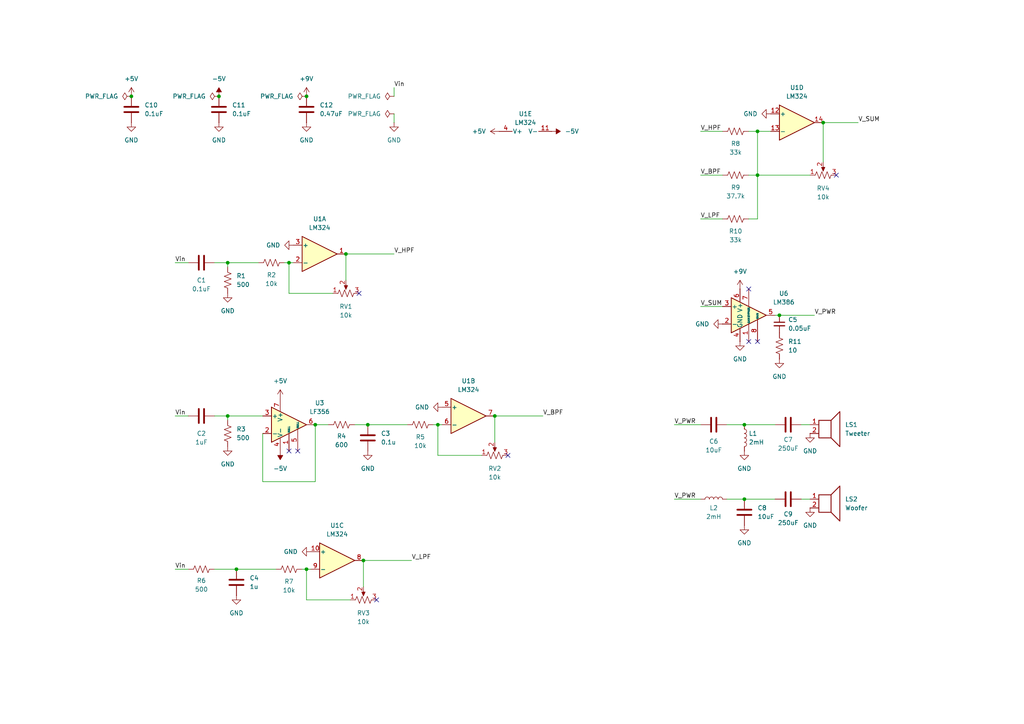
<source format=kicad_sch>
(kicad_sch
	(version 20250114)
	(generator "eeschema")
	(generator_version "9.0")
	(uuid "95c3bf40-35b5-4e47-ab99-b7ea84300c96")
	(paper "A4")
	(lib_symbols
		(symbol "Amplifier_Audio:LM386"
			(pin_names
				(offset 0.127)
			)
			(exclude_from_sim no)
			(in_bom yes)
			(on_board yes)
			(property "Reference" "U"
				(at 1.27 7.62 0)
				(effects
					(font
						(size 1.27 1.27)
					)
					(justify left)
				)
			)
			(property "Value" "LM386"
				(at 1.27 5.08 0)
				(effects
					(font
						(size 1.27 1.27)
					)
					(justify left)
				)
			)
			(property "Footprint" ""
				(at 2.54 2.54 0)
				(effects
					(font
						(size 1.27 1.27)
					)
					(hide yes)
				)
			)
			(property "Datasheet" "http://www.ti.com/lit/ds/symlink/lm386.pdf"
				(at 5.08 5.08 0)
				(effects
					(font
						(size 1.27 1.27)
					)
					(hide yes)
				)
			)
			(property "Description" "Low Voltage Audio Power Amplifier, DIP-8/SOIC-8/SSOP-8"
				(at 0 0 0)
				(effects
					(font
						(size 1.27 1.27)
					)
					(hide yes)
				)
			)
			(property "ki_keywords" "single Power opamp"
				(at 0 0 0)
				(effects
					(font
						(size 1.27 1.27)
					)
					(hide yes)
				)
			)
			(property "ki_fp_filters" "SOIC*3.9x4.9mm*P1.27mm* DIP*W7.62mm* MSSOP*P0.65mm* TSSOP*3x3mm*P0.5mm*"
				(at 0 0 0)
				(effects
					(font
						(size 1.27 1.27)
					)
					(hide yes)
				)
			)
			(symbol "LM386_0_1"
				(polyline
					(pts
						(xy 5.08 0) (xy -5.08 5.08) (xy -5.08 -5.08) (xy 5.08 0)
					)
					(stroke
						(width 0.254)
						(type default)
					)
					(fill
						(type background)
					)
				)
			)
			(symbol "LM386_1_1"
				(pin input line
					(at -7.62 2.54 0)
					(length 2.54)
					(name "+"
						(effects
							(font
								(size 1.27 1.27)
							)
						)
					)
					(number "3"
						(effects
							(font
								(size 1.27 1.27)
							)
						)
					)
				)
				(pin input line
					(at -7.62 -2.54 0)
					(length 2.54)
					(name "-"
						(effects
							(font
								(size 1.27 1.27)
							)
						)
					)
					(number "2"
						(effects
							(font
								(size 1.27 1.27)
							)
						)
					)
				)
				(pin power_in line
					(at -2.54 7.62 270)
					(length 3.81)
					(name "V+"
						(effects
							(font
								(size 1.27 1.27)
							)
						)
					)
					(number "6"
						(effects
							(font
								(size 1.27 1.27)
							)
						)
					)
				)
				(pin power_in line
					(at -2.54 -7.62 90)
					(length 3.81)
					(name "GND"
						(effects
							(font
								(size 1.27 1.27)
							)
						)
					)
					(number "4"
						(effects
							(font
								(size 1.27 1.27)
							)
						)
					)
				)
				(pin input line
					(at 0 7.62 270)
					(length 5.08)
					(name "BYPASS"
						(effects
							(font
								(size 0.508 0.508)
							)
						)
					)
					(number "7"
						(effects
							(font
								(size 1.27 1.27)
							)
						)
					)
				)
				(pin input line
					(at 0 -7.62 90)
					(length 5.08)
					(name "GAIN"
						(effects
							(font
								(size 0.508 0.508)
							)
						)
					)
					(number "1"
						(effects
							(font
								(size 1.27 1.27)
							)
						)
					)
				)
				(pin input line
					(at 2.54 -7.62 90)
					(length 6.35)
					(name "GAIN"
						(effects
							(font
								(size 0.508 0.508)
							)
						)
					)
					(number "8"
						(effects
							(font
								(size 1.27 1.27)
							)
						)
					)
				)
				(pin output line
					(at 7.62 0 180)
					(length 2.54)
					(name "~"
						(effects
							(font
								(size 1.27 1.27)
							)
						)
					)
					(number "5"
						(effects
							(font
								(size 1.27 1.27)
							)
						)
					)
				)
			)
			(embedded_fonts no)
		)
		(symbol "Amplifier_Operational:LF356"
			(pin_names
				(offset 0.127)
			)
			(exclude_from_sim no)
			(in_bom yes)
			(on_board yes)
			(property "Reference" "U"
				(at 0 6.35 0)
				(effects
					(font
						(size 1.27 1.27)
					)
					(justify left)
				)
			)
			(property "Value" "LF356"
				(at 0 3.81 0)
				(effects
					(font
						(size 1.27 1.27)
					)
					(justify left)
				)
			)
			(property "Footprint" ""
				(at 1.27 1.27 0)
				(effects
					(font
						(size 1.27 1.27)
					)
					(hide yes)
				)
			)
			(property "Datasheet" "http://www.ti.com/lit/ds/symlink/lf357.pdf"
				(at 3.81 3.81 0)
				(effects
					(font
						(size 1.27 1.27)
					)
					(hide yes)
				)
			)
			(property "Description" "Single JFET Input Operational Amplifiers, DIP-8/SOIC-8"
				(at 0 0 0)
				(effects
					(font
						(size 1.27 1.27)
					)
					(hide yes)
				)
			)
			(property "ki_keywords" "single jfet opamp"
				(at 0 0 0)
				(effects
					(font
						(size 1.27 1.27)
					)
					(hide yes)
				)
			)
			(property "ki_fp_filters" "SOIC*3.9x4.9mm*P1.27mm* DIP*W7.62mm* TSSOP*3x3mm*P0.65mm*"
				(at 0 0 0)
				(effects
					(font
						(size 1.27 1.27)
					)
					(hide yes)
				)
			)
			(symbol "LF356_0_1"
				(polyline
					(pts
						(xy -5.08 5.08) (xy 5.08 0) (xy -5.08 -5.08) (xy -5.08 5.08)
					)
					(stroke
						(width 0.254)
						(type default)
					)
					(fill
						(type background)
					)
				)
			)
			(symbol "LF356_1_1"
				(pin input line
					(at -7.62 2.54 0)
					(length 2.54)
					(name "+"
						(effects
							(font
								(size 1.27 1.27)
							)
						)
					)
					(number "3"
						(effects
							(font
								(size 1.27 1.27)
							)
						)
					)
				)
				(pin input line
					(at -7.62 -2.54 0)
					(length 2.54)
					(name "-"
						(effects
							(font
								(size 1.27 1.27)
							)
						)
					)
					(number "2"
						(effects
							(font
								(size 1.27 1.27)
							)
						)
					)
				)
				(pin power_in line
					(at -2.54 7.62 270)
					(length 3.81)
					(name "V+"
						(effects
							(font
								(size 1.27 1.27)
							)
						)
					)
					(number "7"
						(effects
							(font
								(size 1.27 1.27)
							)
						)
					)
				)
				(pin power_in line
					(at -2.54 -7.62 90)
					(length 3.81)
					(name "V-"
						(effects
							(font
								(size 1.27 1.27)
							)
						)
					)
					(number "4"
						(effects
							(font
								(size 1.27 1.27)
							)
						)
					)
				)
				(pin no_connect line
					(at 0 2.54 270)
					(length 2.54)
					(hide yes)
					(name "NC"
						(effects
							(font
								(size 1.27 1.27)
							)
						)
					)
					(number "8"
						(effects
							(font
								(size 1.27 1.27)
							)
						)
					)
				)
				(pin input line
					(at 0 -7.62 90)
					(length 5.08)
					(name "NULL"
						(effects
							(font
								(size 0.508 0.508)
							)
						)
					)
					(number "1"
						(effects
							(font
								(size 1.27 1.27)
							)
						)
					)
				)
				(pin input line
					(at 2.54 -7.62 90)
					(length 6.35)
					(name "NULL"
						(effects
							(font
								(size 0.508 0.508)
							)
						)
					)
					(number "5"
						(effects
							(font
								(size 1.27 1.27)
							)
						)
					)
				)
				(pin output line
					(at 7.62 0 180)
					(length 2.54)
					(name "~"
						(effects
							(font
								(size 1.27 1.27)
							)
						)
					)
					(number "6"
						(effects
							(font
								(size 1.27 1.27)
							)
						)
					)
				)
			)
			(embedded_fonts no)
		)
		(symbol "Amplifier_Operational:LM324"
			(pin_names
				(offset 0.127)
			)
			(exclude_from_sim no)
			(in_bom yes)
			(on_board yes)
			(property "Reference" "U"
				(at 0 5.08 0)
				(effects
					(font
						(size 1.27 1.27)
					)
					(justify left)
				)
			)
			(property "Value" "LM324"
				(at 0 -5.08 0)
				(effects
					(font
						(size 1.27 1.27)
					)
					(justify left)
				)
			)
			(property "Footprint" ""
				(at -1.27 2.54 0)
				(effects
					(font
						(size 1.27 1.27)
					)
					(hide yes)
				)
			)
			(property "Datasheet" "http://www.ti.com/lit/ds/symlink/lm2902-n.pdf"
				(at 1.27 5.08 0)
				(effects
					(font
						(size 1.27 1.27)
					)
					(hide yes)
				)
			)
			(property "Description" "Low-Power, Quad-Operational Amplifiers, DIP-14/SOIC-14/SSOP-14"
				(at 0 0 0)
				(effects
					(font
						(size 1.27 1.27)
					)
					(hide yes)
				)
			)
			(property "ki_locked" ""
				(at 0 0 0)
				(effects
					(font
						(size 1.27 1.27)
					)
				)
			)
			(property "ki_keywords" "quad opamp"
				(at 0 0 0)
				(effects
					(font
						(size 1.27 1.27)
					)
					(hide yes)
				)
			)
			(property "ki_fp_filters" "SOIC*3.9x8.7mm*P1.27mm* DIP*W7.62mm* TSSOP*4.4x5mm*P0.65mm* SSOP*5.3x6.2mm*P0.65mm* MSOP*3x3mm*P0.5mm*"
				(at 0 0 0)
				(effects
					(font
						(size 1.27 1.27)
					)
					(hide yes)
				)
			)
			(symbol "LM324_1_1"
				(polyline
					(pts
						(xy -5.08 5.08) (xy 5.08 0) (xy -5.08 -5.08) (xy -5.08 5.08)
					)
					(stroke
						(width 0.254)
						(type default)
					)
					(fill
						(type background)
					)
				)
				(pin input line
					(at -7.62 2.54 0)
					(length 2.54)
					(name "+"
						(effects
							(font
								(size 1.27 1.27)
							)
						)
					)
					(number "3"
						(effects
							(font
								(size 1.27 1.27)
							)
						)
					)
				)
				(pin input line
					(at -7.62 -2.54 0)
					(length 2.54)
					(name "-"
						(effects
							(font
								(size 1.27 1.27)
							)
						)
					)
					(number "2"
						(effects
							(font
								(size 1.27 1.27)
							)
						)
					)
				)
				(pin output line
					(at 7.62 0 180)
					(length 2.54)
					(name "~"
						(effects
							(font
								(size 1.27 1.27)
							)
						)
					)
					(number "1"
						(effects
							(font
								(size 1.27 1.27)
							)
						)
					)
				)
			)
			(symbol "LM324_2_1"
				(polyline
					(pts
						(xy -5.08 5.08) (xy 5.08 0) (xy -5.08 -5.08) (xy -5.08 5.08)
					)
					(stroke
						(width 0.254)
						(type default)
					)
					(fill
						(type background)
					)
				)
				(pin input line
					(at -7.62 2.54 0)
					(length 2.54)
					(name "+"
						(effects
							(font
								(size 1.27 1.27)
							)
						)
					)
					(number "5"
						(effects
							(font
								(size 1.27 1.27)
							)
						)
					)
				)
				(pin input line
					(at -7.62 -2.54 0)
					(length 2.54)
					(name "-"
						(effects
							(font
								(size 1.27 1.27)
							)
						)
					)
					(number "6"
						(effects
							(font
								(size 1.27 1.27)
							)
						)
					)
				)
				(pin output line
					(at 7.62 0 180)
					(length 2.54)
					(name "~"
						(effects
							(font
								(size 1.27 1.27)
							)
						)
					)
					(number "7"
						(effects
							(font
								(size 1.27 1.27)
							)
						)
					)
				)
			)
			(symbol "LM324_3_1"
				(polyline
					(pts
						(xy -5.08 5.08) (xy 5.08 0) (xy -5.08 -5.08) (xy -5.08 5.08)
					)
					(stroke
						(width 0.254)
						(type default)
					)
					(fill
						(type background)
					)
				)
				(pin input line
					(at -7.62 2.54 0)
					(length 2.54)
					(name "+"
						(effects
							(font
								(size 1.27 1.27)
							)
						)
					)
					(number "10"
						(effects
							(font
								(size 1.27 1.27)
							)
						)
					)
				)
				(pin input line
					(at -7.62 -2.54 0)
					(length 2.54)
					(name "-"
						(effects
							(font
								(size 1.27 1.27)
							)
						)
					)
					(number "9"
						(effects
							(font
								(size 1.27 1.27)
							)
						)
					)
				)
				(pin output line
					(at 7.62 0 180)
					(length 2.54)
					(name "~"
						(effects
							(font
								(size 1.27 1.27)
							)
						)
					)
					(number "8"
						(effects
							(font
								(size 1.27 1.27)
							)
						)
					)
				)
			)
			(symbol "LM324_4_1"
				(polyline
					(pts
						(xy -5.08 5.08) (xy 5.08 0) (xy -5.08 -5.08) (xy -5.08 5.08)
					)
					(stroke
						(width 0.254)
						(type default)
					)
					(fill
						(type background)
					)
				)
				(pin input line
					(at -7.62 2.54 0)
					(length 2.54)
					(name "+"
						(effects
							(font
								(size 1.27 1.27)
							)
						)
					)
					(number "12"
						(effects
							(font
								(size 1.27 1.27)
							)
						)
					)
				)
				(pin input line
					(at -7.62 -2.54 0)
					(length 2.54)
					(name "-"
						(effects
							(font
								(size 1.27 1.27)
							)
						)
					)
					(number "13"
						(effects
							(font
								(size 1.27 1.27)
							)
						)
					)
				)
				(pin output line
					(at 7.62 0 180)
					(length 2.54)
					(name "~"
						(effects
							(font
								(size 1.27 1.27)
							)
						)
					)
					(number "14"
						(effects
							(font
								(size 1.27 1.27)
							)
						)
					)
				)
			)
			(symbol "LM324_5_1"
				(pin power_in line
					(at -2.54 7.62 270)
					(length 3.81)
					(name "V+"
						(effects
							(font
								(size 1.27 1.27)
							)
						)
					)
					(number "4"
						(effects
							(font
								(size 1.27 1.27)
							)
						)
					)
				)
				(pin power_in line
					(at -2.54 -7.62 90)
					(length 3.81)
					(name "V-"
						(effects
							(font
								(size 1.27 1.27)
							)
						)
					)
					(number "11"
						(effects
							(font
								(size 1.27 1.27)
							)
						)
					)
				)
			)
			(embedded_fonts no)
		)
		(symbol "Device:C"
			(pin_numbers
				(hide yes)
			)
			(pin_names
				(offset 0.254)
			)
			(exclude_from_sim no)
			(in_bom yes)
			(on_board yes)
			(property "Reference" "C"
				(at 0.635 2.54 0)
				(effects
					(font
						(size 1.27 1.27)
					)
					(justify left)
				)
			)
			(property "Value" "C"
				(at 0.635 -2.54 0)
				(effects
					(font
						(size 1.27 1.27)
					)
					(justify left)
				)
			)
			(property "Footprint" ""
				(at 0.9652 -3.81 0)
				(effects
					(font
						(size 1.27 1.27)
					)
					(hide yes)
				)
			)
			(property "Datasheet" "~"
				(at 0 0 0)
				(effects
					(font
						(size 1.27 1.27)
					)
					(hide yes)
				)
			)
			(property "Description" "Unpolarized capacitor"
				(at 0 0 0)
				(effects
					(font
						(size 1.27 1.27)
					)
					(hide yes)
				)
			)
			(property "ki_keywords" "cap capacitor"
				(at 0 0 0)
				(effects
					(font
						(size 1.27 1.27)
					)
					(hide yes)
				)
			)
			(property "ki_fp_filters" "C_*"
				(at 0 0 0)
				(effects
					(font
						(size 1.27 1.27)
					)
					(hide yes)
				)
			)
			(symbol "C_0_1"
				(polyline
					(pts
						(xy -2.032 0.762) (xy 2.032 0.762)
					)
					(stroke
						(width 0.508)
						(type default)
					)
					(fill
						(type none)
					)
				)
				(polyline
					(pts
						(xy -2.032 -0.762) (xy 2.032 -0.762)
					)
					(stroke
						(width 0.508)
						(type default)
					)
					(fill
						(type none)
					)
				)
			)
			(symbol "C_1_1"
				(pin passive line
					(at 0 3.81 270)
					(length 2.794)
					(name "~"
						(effects
							(font
								(size 1.27 1.27)
							)
						)
					)
					(number "1"
						(effects
							(font
								(size 1.27 1.27)
							)
						)
					)
				)
				(pin passive line
					(at 0 -3.81 90)
					(length 2.794)
					(name "~"
						(effects
							(font
								(size 1.27 1.27)
							)
						)
					)
					(number "2"
						(effects
							(font
								(size 1.27 1.27)
							)
						)
					)
				)
			)
			(embedded_fonts no)
		)
		(symbol "Device:C_Small"
			(pin_numbers
				(hide yes)
			)
			(pin_names
				(offset 0.254)
				(hide yes)
			)
			(exclude_from_sim no)
			(in_bom yes)
			(on_board yes)
			(property "Reference" "C"
				(at 0.254 1.778 0)
				(effects
					(font
						(size 1.27 1.27)
					)
					(justify left)
				)
			)
			(property "Value" "C_Small"
				(at 0.254 -2.032 0)
				(effects
					(font
						(size 1.27 1.27)
					)
					(justify left)
				)
			)
			(property "Footprint" ""
				(at 0 0 0)
				(effects
					(font
						(size 1.27 1.27)
					)
					(hide yes)
				)
			)
			(property "Datasheet" "~"
				(at 0 0 0)
				(effects
					(font
						(size 1.27 1.27)
					)
					(hide yes)
				)
			)
			(property "Description" "Unpolarized capacitor, small symbol"
				(at 0 0 0)
				(effects
					(font
						(size 1.27 1.27)
					)
					(hide yes)
				)
			)
			(property "ki_keywords" "capacitor cap"
				(at 0 0 0)
				(effects
					(font
						(size 1.27 1.27)
					)
					(hide yes)
				)
			)
			(property "ki_fp_filters" "C_*"
				(at 0 0 0)
				(effects
					(font
						(size 1.27 1.27)
					)
					(hide yes)
				)
			)
			(symbol "C_Small_0_1"
				(polyline
					(pts
						(xy -1.524 0.508) (xy 1.524 0.508)
					)
					(stroke
						(width 0.3048)
						(type default)
					)
					(fill
						(type none)
					)
				)
				(polyline
					(pts
						(xy -1.524 -0.508) (xy 1.524 -0.508)
					)
					(stroke
						(width 0.3302)
						(type default)
					)
					(fill
						(type none)
					)
				)
			)
			(symbol "C_Small_1_1"
				(pin passive line
					(at 0 2.54 270)
					(length 2.032)
					(name "~"
						(effects
							(font
								(size 1.27 1.27)
							)
						)
					)
					(number "1"
						(effects
							(font
								(size 1.27 1.27)
							)
						)
					)
				)
				(pin passive line
					(at 0 -2.54 90)
					(length 2.032)
					(name "~"
						(effects
							(font
								(size 1.27 1.27)
							)
						)
					)
					(number "2"
						(effects
							(font
								(size 1.27 1.27)
							)
						)
					)
				)
			)
			(embedded_fonts no)
		)
		(symbol "Device:L"
			(pin_numbers
				(hide yes)
			)
			(pin_names
				(offset 1.016)
				(hide yes)
			)
			(exclude_from_sim no)
			(in_bom yes)
			(on_board yes)
			(property "Reference" "L"
				(at -1.27 0 90)
				(effects
					(font
						(size 1.27 1.27)
					)
				)
			)
			(property "Value" "L"
				(at 1.905 0 90)
				(effects
					(font
						(size 1.27 1.27)
					)
				)
			)
			(property "Footprint" ""
				(at 0 0 0)
				(effects
					(font
						(size 1.27 1.27)
					)
					(hide yes)
				)
			)
			(property "Datasheet" "~"
				(at 0 0 0)
				(effects
					(font
						(size 1.27 1.27)
					)
					(hide yes)
				)
			)
			(property "Description" "Inductor"
				(at 0 0 0)
				(effects
					(font
						(size 1.27 1.27)
					)
					(hide yes)
				)
			)
			(property "ki_keywords" "inductor choke coil reactor magnetic"
				(at 0 0 0)
				(effects
					(font
						(size 1.27 1.27)
					)
					(hide yes)
				)
			)
			(property "ki_fp_filters" "Choke_* *Coil* Inductor_* L_*"
				(at 0 0 0)
				(effects
					(font
						(size 1.27 1.27)
					)
					(hide yes)
				)
			)
			(symbol "L_0_1"
				(arc
					(start 0 2.54)
					(mid 0.6323 1.905)
					(end 0 1.27)
					(stroke
						(width 0)
						(type default)
					)
					(fill
						(type none)
					)
				)
				(arc
					(start 0 1.27)
					(mid 0.6323 0.635)
					(end 0 0)
					(stroke
						(width 0)
						(type default)
					)
					(fill
						(type none)
					)
				)
				(arc
					(start 0 0)
					(mid 0.6323 -0.635)
					(end 0 -1.27)
					(stroke
						(width 0)
						(type default)
					)
					(fill
						(type none)
					)
				)
				(arc
					(start 0 -1.27)
					(mid 0.6323 -1.905)
					(end 0 -2.54)
					(stroke
						(width 0)
						(type default)
					)
					(fill
						(type none)
					)
				)
			)
			(symbol "L_1_1"
				(pin passive line
					(at 0 3.81 270)
					(length 1.27)
					(name "1"
						(effects
							(font
								(size 1.27 1.27)
							)
						)
					)
					(number "1"
						(effects
							(font
								(size 1.27 1.27)
							)
						)
					)
				)
				(pin passive line
					(at 0 -3.81 90)
					(length 1.27)
					(name "2"
						(effects
							(font
								(size 1.27 1.27)
							)
						)
					)
					(number "2"
						(effects
							(font
								(size 1.27 1.27)
							)
						)
					)
				)
			)
			(embedded_fonts no)
		)
		(symbol "Device:R_Potentiometer_US"
			(pin_names
				(offset 1.016)
				(hide yes)
			)
			(exclude_from_sim no)
			(in_bom yes)
			(on_board yes)
			(property "Reference" "RV"
				(at -4.445 0 90)
				(effects
					(font
						(size 1.27 1.27)
					)
				)
			)
			(property "Value" "R_Potentiometer_US"
				(at -2.54 0 90)
				(effects
					(font
						(size 1.27 1.27)
					)
				)
			)
			(property "Footprint" ""
				(at 0 0 0)
				(effects
					(font
						(size 1.27 1.27)
					)
					(hide yes)
				)
			)
			(property "Datasheet" "~"
				(at 0 0 0)
				(effects
					(font
						(size 1.27 1.27)
					)
					(hide yes)
				)
			)
			(property "Description" "Potentiometer, US symbol"
				(at 0 0 0)
				(effects
					(font
						(size 1.27 1.27)
					)
					(hide yes)
				)
			)
			(property "ki_keywords" "resistor variable"
				(at 0 0 0)
				(effects
					(font
						(size 1.27 1.27)
					)
					(hide yes)
				)
			)
			(property "ki_fp_filters" "Potentiometer*"
				(at 0 0 0)
				(effects
					(font
						(size 1.27 1.27)
					)
					(hide yes)
				)
			)
			(symbol "R_Potentiometer_US_0_1"
				(polyline
					(pts
						(xy 0 2.54) (xy 0 2.286)
					)
					(stroke
						(width 0)
						(type default)
					)
					(fill
						(type none)
					)
				)
				(polyline
					(pts
						(xy 0 2.286) (xy 1.016 1.905) (xy 0 1.524) (xy -1.016 1.143) (xy 0 0.762)
					)
					(stroke
						(width 0)
						(type default)
					)
					(fill
						(type none)
					)
				)
				(polyline
					(pts
						(xy 0 0.762) (xy 1.016 0.381) (xy 0 0) (xy -1.016 -0.381) (xy 0 -0.762)
					)
					(stroke
						(width 0)
						(type default)
					)
					(fill
						(type none)
					)
				)
				(polyline
					(pts
						(xy 0 -0.762) (xy 1.016 -1.143) (xy 0 -1.524) (xy -1.016 -1.905) (xy 0 -2.286)
					)
					(stroke
						(width 0)
						(type default)
					)
					(fill
						(type none)
					)
				)
				(polyline
					(pts
						(xy 0 -2.286) (xy 0 -2.54)
					)
					(stroke
						(width 0)
						(type default)
					)
					(fill
						(type none)
					)
				)
				(polyline
					(pts
						(xy 1.143 0) (xy 2.286 0.508) (xy 2.286 -0.508) (xy 1.143 0)
					)
					(stroke
						(width 0)
						(type default)
					)
					(fill
						(type outline)
					)
				)
				(polyline
					(pts
						(xy 2.54 0) (xy 1.524 0)
					)
					(stroke
						(width 0)
						(type default)
					)
					(fill
						(type none)
					)
				)
			)
			(symbol "R_Potentiometer_US_1_1"
				(pin passive line
					(at 0 3.81 270)
					(length 1.27)
					(name "1"
						(effects
							(font
								(size 1.27 1.27)
							)
						)
					)
					(number "1"
						(effects
							(font
								(size 1.27 1.27)
							)
						)
					)
				)
				(pin passive line
					(at 0 -3.81 90)
					(length 1.27)
					(name "3"
						(effects
							(font
								(size 1.27 1.27)
							)
						)
					)
					(number "3"
						(effects
							(font
								(size 1.27 1.27)
							)
						)
					)
				)
				(pin passive line
					(at 3.81 0 180)
					(length 1.27)
					(name "2"
						(effects
							(font
								(size 1.27 1.27)
							)
						)
					)
					(number "2"
						(effects
							(font
								(size 1.27 1.27)
							)
						)
					)
				)
			)
			(embedded_fonts no)
		)
		(symbol "Device:R_US"
			(pin_numbers
				(hide yes)
			)
			(pin_names
				(offset 0)
			)
			(exclude_from_sim no)
			(in_bom yes)
			(on_board yes)
			(property "Reference" "R"
				(at 2.54 0 90)
				(effects
					(font
						(size 1.27 1.27)
					)
				)
			)
			(property "Value" "R_US"
				(at -2.54 0 90)
				(effects
					(font
						(size 1.27 1.27)
					)
				)
			)
			(property "Footprint" ""
				(at 1.016 -0.254 90)
				(effects
					(font
						(size 1.27 1.27)
					)
					(hide yes)
				)
			)
			(property "Datasheet" "~"
				(at 0 0 0)
				(effects
					(font
						(size 1.27 1.27)
					)
					(hide yes)
				)
			)
			(property "Description" "Resistor, US symbol"
				(at 0 0 0)
				(effects
					(font
						(size 1.27 1.27)
					)
					(hide yes)
				)
			)
			(property "ki_keywords" "R res resistor"
				(at 0 0 0)
				(effects
					(font
						(size 1.27 1.27)
					)
					(hide yes)
				)
			)
			(property "ki_fp_filters" "R_*"
				(at 0 0 0)
				(effects
					(font
						(size 1.27 1.27)
					)
					(hide yes)
				)
			)
			(symbol "R_US_0_1"
				(polyline
					(pts
						(xy 0 2.286) (xy 0 2.54)
					)
					(stroke
						(width 0)
						(type default)
					)
					(fill
						(type none)
					)
				)
				(polyline
					(pts
						(xy 0 2.286) (xy 1.016 1.905) (xy 0 1.524) (xy -1.016 1.143) (xy 0 0.762)
					)
					(stroke
						(width 0)
						(type default)
					)
					(fill
						(type none)
					)
				)
				(polyline
					(pts
						(xy 0 0.762) (xy 1.016 0.381) (xy 0 0) (xy -1.016 -0.381) (xy 0 -0.762)
					)
					(stroke
						(width 0)
						(type default)
					)
					(fill
						(type none)
					)
				)
				(polyline
					(pts
						(xy 0 -0.762) (xy 1.016 -1.143) (xy 0 -1.524) (xy -1.016 -1.905) (xy 0 -2.286)
					)
					(stroke
						(width 0)
						(type default)
					)
					(fill
						(type none)
					)
				)
				(polyline
					(pts
						(xy 0 -2.286) (xy 0 -2.54)
					)
					(stroke
						(width 0)
						(type default)
					)
					(fill
						(type none)
					)
				)
			)
			(symbol "R_US_1_1"
				(pin passive line
					(at 0 3.81 270)
					(length 1.27)
					(name "~"
						(effects
							(font
								(size 1.27 1.27)
							)
						)
					)
					(number "1"
						(effects
							(font
								(size 1.27 1.27)
							)
						)
					)
				)
				(pin passive line
					(at 0 -3.81 90)
					(length 1.27)
					(name "~"
						(effects
							(font
								(size 1.27 1.27)
							)
						)
					)
					(number "2"
						(effects
							(font
								(size 1.27 1.27)
							)
						)
					)
				)
			)
			(embedded_fonts no)
		)
		(symbol "Device:Speaker"
			(pin_names
				(offset 0)
				(hide yes)
			)
			(exclude_from_sim no)
			(in_bom yes)
			(on_board yes)
			(property "Reference" "LS"
				(at 1.27 5.715 0)
				(effects
					(font
						(size 1.27 1.27)
					)
					(justify right)
				)
			)
			(property "Value" "Speaker"
				(at 1.27 3.81 0)
				(effects
					(font
						(size 1.27 1.27)
					)
					(justify right)
				)
			)
			(property "Footprint" ""
				(at 0 -5.08 0)
				(effects
					(font
						(size 1.27 1.27)
					)
					(hide yes)
				)
			)
			(property "Datasheet" "~"
				(at -0.254 -1.27 0)
				(effects
					(font
						(size 1.27 1.27)
					)
					(hide yes)
				)
			)
			(property "Description" "Speaker"
				(at 0 0 0)
				(effects
					(font
						(size 1.27 1.27)
					)
					(hide yes)
				)
			)
			(property "ki_keywords" "speaker sound"
				(at 0 0 0)
				(effects
					(font
						(size 1.27 1.27)
					)
					(hide yes)
				)
			)
			(symbol "Speaker_0_0"
				(rectangle
					(start -2.54 1.27)
					(end 1.016 -3.81)
					(stroke
						(width 0.254)
						(type default)
					)
					(fill
						(type none)
					)
				)
				(polyline
					(pts
						(xy 1.016 1.27) (xy 3.556 3.81) (xy 3.556 -6.35) (xy 1.016 -3.81)
					)
					(stroke
						(width 0.254)
						(type default)
					)
					(fill
						(type none)
					)
				)
			)
			(symbol "Speaker_1_1"
				(pin input line
					(at -5.08 0 0)
					(length 2.54)
					(name "1"
						(effects
							(font
								(size 1.27 1.27)
							)
						)
					)
					(number "1"
						(effects
							(font
								(size 1.27 1.27)
							)
						)
					)
				)
				(pin input line
					(at -5.08 -2.54 0)
					(length 2.54)
					(name "2"
						(effects
							(font
								(size 1.27 1.27)
							)
						)
					)
					(number "2"
						(effects
							(font
								(size 1.27 1.27)
							)
						)
					)
				)
			)
			(embedded_fonts no)
		)
		(symbol "power:+5V"
			(power)
			(pin_numbers
				(hide yes)
			)
			(pin_names
				(offset 0)
				(hide yes)
			)
			(exclude_from_sim no)
			(in_bom yes)
			(on_board yes)
			(property "Reference" "#PWR"
				(at 0 -3.81 0)
				(effects
					(font
						(size 1.27 1.27)
					)
					(hide yes)
				)
			)
			(property "Value" "+5V"
				(at 0 3.556 0)
				(effects
					(font
						(size 1.27 1.27)
					)
				)
			)
			(property "Footprint" ""
				(at 0 0 0)
				(effects
					(font
						(size 1.27 1.27)
					)
					(hide yes)
				)
			)
			(property "Datasheet" ""
				(at 0 0 0)
				(effects
					(font
						(size 1.27 1.27)
					)
					(hide yes)
				)
			)
			(property "Description" "Power symbol creates a global label with name \"+5V\""
				(at 0 0 0)
				(effects
					(font
						(size 1.27 1.27)
					)
					(hide yes)
				)
			)
			(property "ki_keywords" "global power"
				(at 0 0 0)
				(effects
					(font
						(size 1.27 1.27)
					)
					(hide yes)
				)
			)
			(symbol "+5V_0_1"
				(polyline
					(pts
						(xy -0.762 1.27) (xy 0 2.54)
					)
					(stroke
						(width 0)
						(type default)
					)
					(fill
						(type none)
					)
				)
				(polyline
					(pts
						(xy 0 2.54) (xy 0.762 1.27)
					)
					(stroke
						(width 0)
						(type default)
					)
					(fill
						(type none)
					)
				)
				(polyline
					(pts
						(xy 0 0) (xy 0 2.54)
					)
					(stroke
						(width 0)
						(type default)
					)
					(fill
						(type none)
					)
				)
			)
			(symbol "+5V_1_1"
				(pin power_in line
					(at 0 0 90)
					(length 0)
					(name "~"
						(effects
							(font
								(size 1.27 1.27)
							)
						)
					)
					(number "1"
						(effects
							(font
								(size 1.27 1.27)
							)
						)
					)
				)
			)
			(embedded_fonts no)
		)
		(symbol "power:+9V"
			(power)
			(pin_numbers
				(hide yes)
			)
			(pin_names
				(offset 0)
				(hide yes)
			)
			(exclude_from_sim no)
			(in_bom yes)
			(on_board yes)
			(property "Reference" "#PWR"
				(at 0 -3.81 0)
				(effects
					(font
						(size 1.27 1.27)
					)
					(hide yes)
				)
			)
			(property "Value" "+9V"
				(at 0 3.556 0)
				(effects
					(font
						(size 1.27 1.27)
					)
				)
			)
			(property "Footprint" ""
				(at 0 0 0)
				(effects
					(font
						(size 1.27 1.27)
					)
					(hide yes)
				)
			)
			(property "Datasheet" ""
				(at 0 0 0)
				(effects
					(font
						(size 1.27 1.27)
					)
					(hide yes)
				)
			)
			(property "Description" "Power symbol creates a global label with name \"+9V\""
				(at 0 0 0)
				(effects
					(font
						(size 1.27 1.27)
					)
					(hide yes)
				)
			)
			(property "ki_keywords" "global power"
				(at 0 0 0)
				(effects
					(font
						(size 1.27 1.27)
					)
					(hide yes)
				)
			)
			(symbol "+9V_0_1"
				(polyline
					(pts
						(xy -0.762 1.27) (xy 0 2.54)
					)
					(stroke
						(width 0)
						(type default)
					)
					(fill
						(type none)
					)
				)
				(polyline
					(pts
						(xy 0 2.54) (xy 0.762 1.27)
					)
					(stroke
						(width 0)
						(type default)
					)
					(fill
						(type none)
					)
				)
				(polyline
					(pts
						(xy 0 0) (xy 0 2.54)
					)
					(stroke
						(width 0)
						(type default)
					)
					(fill
						(type none)
					)
				)
			)
			(symbol "+9V_1_1"
				(pin power_in line
					(at 0 0 90)
					(length 0)
					(name "~"
						(effects
							(font
								(size 1.27 1.27)
							)
						)
					)
					(number "1"
						(effects
							(font
								(size 1.27 1.27)
							)
						)
					)
				)
			)
			(embedded_fonts no)
		)
		(symbol "power:-5V"
			(power)
			(pin_numbers
				(hide yes)
			)
			(pin_names
				(offset 0)
				(hide yes)
			)
			(exclude_from_sim no)
			(in_bom yes)
			(on_board yes)
			(property "Reference" "#PWR"
				(at 0 -3.81 0)
				(effects
					(font
						(size 1.27 1.27)
					)
					(hide yes)
				)
			)
			(property "Value" "-5V"
				(at 0 3.556 0)
				(effects
					(font
						(size 1.27 1.27)
					)
				)
			)
			(property "Footprint" ""
				(at 0 0 0)
				(effects
					(font
						(size 1.27 1.27)
					)
					(hide yes)
				)
			)
			(property "Datasheet" ""
				(at 0 0 0)
				(effects
					(font
						(size 1.27 1.27)
					)
					(hide yes)
				)
			)
			(property "Description" "Power symbol creates a global label with name \"-5V\""
				(at 0 0 0)
				(effects
					(font
						(size 1.27 1.27)
					)
					(hide yes)
				)
			)
			(property "ki_keywords" "global power"
				(at 0 0 0)
				(effects
					(font
						(size 1.27 1.27)
					)
					(hide yes)
				)
			)
			(symbol "-5V_0_0"
				(pin power_in line
					(at 0 0 90)
					(length 0)
					(name "~"
						(effects
							(font
								(size 1.27 1.27)
							)
						)
					)
					(number "1"
						(effects
							(font
								(size 1.27 1.27)
							)
						)
					)
				)
			)
			(symbol "-5V_0_1"
				(polyline
					(pts
						(xy 0 0) (xy 0 1.27) (xy 0.762 1.27) (xy 0 2.54) (xy -0.762 1.27) (xy 0 1.27)
					)
					(stroke
						(width 0)
						(type default)
					)
					(fill
						(type outline)
					)
				)
			)
			(embedded_fonts no)
		)
		(symbol "power:GND"
			(power)
			(pin_numbers
				(hide yes)
			)
			(pin_names
				(offset 0)
				(hide yes)
			)
			(exclude_from_sim no)
			(in_bom yes)
			(on_board yes)
			(property "Reference" "#PWR"
				(at 0 -6.35 0)
				(effects
					(font
						(size 1.27 1.27)
					)
					(hide yes)
				)
			)
			(property "Value" "GND"
				(at 0 -3.81 0)
				(effects
					(font
						(size 1.27 1.27)
					)
				)
			)
			(property "Footprint" ""
				(at 0 0 0)
				(effects
					(font
						(size 1.27 1.27)
					)
					(hide yes)
				)
			)
			(property "Datasheet" ""
				(at 0 0 0)
				(effects
					(font
						(size 1.27 1.27)
					)
					(hide yes)
				)
			)
			(property "Description" "Power symbol creates a global label with name \"GND\" , ground"
				(at 0 0 0)
				(effects
					(font
						(size 1.27 1.27)
					)
					(hide yes)
				)
			)
			(property "ki_keywords" "global power"
				(at 0 0 0)
				(effects
					(font
						(size 1.27 1.27)
					)
					(hide yes)
				)
			)
			(symbol "GND_0_1"
				(polyline
					(pts
						(xy 0 0) (xy 0 -1.27) (xy 1.27 -1.27) (xy 0 -2.54) (xy -1.27 -1.27) (xy 0 -1.27)
					)
					(stroke
						(width 0)
						(type default)
					)
					(fill
						(type none)
					)
				)
			)
			(symbol "GND_1_1"
				(pin power_in line
					(at 0 0 270)
					(length 0)
					(name "~"
						(effects
							(font
								(size 1.27 1.27)
							)
						)
					)
					(number "1"
						(effects
							(font
								(size 1.27 1.27)
							)
						)
					)
				)
			)
			(embedded_fonts no)
		)
		(symbol "power:PWR_FLAG"
			(power)
			(pin_numbers
				(hide yes)
			)
			(pin_names
				(offset 0)
				(hide yes)
			)
			(exclude_from_sim no)
			(in_bom yes)
			(on_board yes)
			(property "Reference" "#FLG"
				(at 0 1.905 0)
				(effects
					(font
						(size 1.27 1.27)
					)
					(hide yes)
				)
			)
			(property "Value" "PWR_FLAG"
				(at 0 3.81 0)
				(effects
					(font
						(size 1.27 1.27)
					)
				)
			)
			(property "Footprint" ""
				(at 0 0 0)
				(effects
					(font
						(size 1.27 1.27)
					)
					(hide yes)
				)
			)
			(property "Datasheet" "~"
				(at 0 0 0)
				(effects
					(font
						(size 1.27 1.27)
					)
					(hide yes)
				)
			)
			(property "Description" "Special symbol for telling ERC where power comes from"
				(at 0 0 0)
				(effects
					(font
						(size 1.27 1.27)
					)
					(hide yes)
				)
			)
			(property "ki_keywords" "flag power"
				(at 0 0 0)
				(effects
					(font
						(size 1.27 1.27)
					)
					(hide yes)
				)
			)
			(symbol "PWR_FLAG_0_0"
				(pin power_out line
					(at 0 0 90)
					(length 0)
					(name "~"
						(effects
							(font
								(size 1.27 1.27)
							)
						)
					)
					(number "1"
						(effects
							(font
								(size 1.27 1.27)
							)
						)
					)
				)
			)
			(symbol "PWR_FLAG_0_1"
				(polyline
					(pts
						(xy 0 0) (xy 0 1.27) (xy -1.016 1.905) (xy 0 2.54) (xy 1.016 1.905) (xy 0 1.27)
					)
					(stroke
						(width 0)
						(type default)
					)
					(fill
						(type none)
					)
				)
			)
			(embedded_fonts no)
		)
	)
	(junction
		(at 88.9 165.1)
		(diameter 0)
		(color 0 0 0 0)
		(uuid "0ce90ecd-824c-4c6c-9537-3e33c6231006")
	)
	(junction
		(at 238.76 35.56)
		(diameter 0)
		(color 0 0 0 0)
		(uuid "12be6334-d0d8-4cfb-9c30-54b267864d64")
	)
	(junction
		(at 215.9 144.78)
		(diameter 0)
		(color 0 0 0 0)
		(uuid "1a1a97d2-3857-4a27-8c5d-984501088220")
	)
	(junction
		(at 105.41 162.56)
		(diameter 0)
		(color 0 0 0 0)
		(uuid "47e681cd-0009-4413-82ad-8fca6a80c59c")
	)
	(junction
		(at 66.04 120.65)
		(diameter 0)
		(color 0 0 0 0)
		(uuid "49a259aa-f437-430b-9cdd-7fccd2b67f89")
	)
	(junction
		(at 219.71 50.8)
		(diameter 0)
		(color 0 0 0 0)
		(uuid "59e47027-9868-4c8c-a6be-9acf52b99b0b")
	)
	(junction
		(at 88.9 27.94)
		(diameter 0)
		(color 0 0 0 0)
		(uuid "5bdadec9-5b0f-4284-a7e1-ba0960fc39af")
	)
	(junction
		(at 63.5 27.94)
		(diameter 0)
		(color 0 0 0 0)
		(uuid "6b4e0e2d-2033-422b-bca0-9311099ce821")
	)
	(junction
		(at 83.82 76.2)
		(diameter 0)
		(color 0 0 0 0)
		(uuid "6c3bca6a-be76-4a21-b8c0-43ba5fd91c93")
	)
	(junction
		(at 38.1 27.94)
		(diameter 0)
		(color 0 0 0 0)
		(uuid "7db686f1-116e-4997-9f24-daab9694f732")
	)
	(junction
		(at 226.06 91.44)
		(diameter 0)
		(color 0 0 0 0)
		(uuid "84eca516-3210-4cf4-89b8-c984395ac513")
	)
	(junction
		(at 91.44 123.19)
		(diameter 0)
		(color 0 0 0 0)
		(uuid "8c76d0a1-1588-4f63-830d-486803052aaf")
	)
	(junction
		(at 68.58 165.1)
		(diameter 0)
		(color 0 0 0 0)
		(uuid "8df0c928-bcc2-40ff-8cd4-5ed8790dc982")
	)
	(junction
		(at 127 123.19)
		(diameter 0)
		(color 0 0 0 0)
		(uuid "a1b08f13-583c-4a5e-a73b-74803a9d8dbb")
	)
	(junction
		(at 106.68 123.19)
		(diameter 0)
		(color 0 0 0 0)
		(uuid "a4958f19-d461-4e40-a322-11609dfc23fc")
	)
	(junction
		(at 143.51 120.65)
		(diameter 0)
		(color 0 0 0 0)
		(uuid "a830add0-c1d3-4aa1-9fcc-663e4ba08e63")
	)
	(junction
		(at 66.04 76.2)
		(diameter 0)
		(color 0 0 0 0)
		(uuid "a8bec821-6baf-4c4d-8307-4eb0bf76e2ac")
	)
	(junction
		(at 100.33 73.66)
		(diameter 0)
		(color 0 0 0 0)
		(uuid "dbc033fe-dc28-4238-ba9f-0606ed235d5b")
	)
	(junction
		(at 215.9 123.19)
		(diameter 0)
		(color 0 0 0 0)
		(uuid "eb856aa3-085e-4d5d-9f7b-bfce8a30aacc")
	)
	(junction
		(at 219.71 38.1)
		(diameter 0)
		(color 0 0 0 0)
		(uuid "ee679b3f-b4ae-4df9-bd51-175076c95213")
	)
	(no_connect
		(at 217.17 99.06)
		(uuid "3fff21fc-4ca8-457f-87a0-2fb01b08a098")
	)
	(no_connect
		(at 109.22 173.99)
		(uuid "49ca9098-1966-4239-97d7-b8efbd5b062c")
	)
	(no_connect
		(at 219.71 99.06)
		(uuid "7347413e-c2ff-40e9-bbb4-1146fa581925")
	)
	(no_connect
		(at 242.57 50.8)
		(uuid "aafa6c2b-dd38-4cbc-af4e-d532e26edf4e")
	)
	(no_connect
		(at 86.36 130.81)
		(uuid "ab7a73b9-9ddc-4050-808a-93266a0c7bfe")
	)
	(no_connect
		(at 83.82 130.81)
		(uuid "ba1337d6-66ce-4c5a-acf9-c2df5154fd84")
	)
	(no_connect
		(at 217.17 83.82)
		(uuid "e59cac0e-7a8b-47e8-b0ad-065484fdd5ae")
	)
	(no_connect
		(at 147.32 132.08)
		(uuid "e9417948-f6b1-4272-97b6-79eee0a8ee8a")
	)
	(no_connect
		(at 104.14 85.09)
		(uuid "f6f6f8d4-1721-49a5-b7ae-ab81cfe39c2e")
	)
	(wire
		(pts
			(xy 62.23 120.65) (xy 66.04 120.65)
		)
		(stroke
			(width 0)
			(type default)
		)
		(uuid "00252617-28e3-48f1-a91c-4abe8f61c8ae")
	)
	(wire
		(pts
			(xy 91.44 123.19) (xy 91.44 139.7)
		)
		(stroke
			(width 0)
			(type default)
		)
		(uuid "02f5507e-ae09-4936-90d7-071a290dd712")
	)
	(wire
		(pts
			(xy 87.63 165.1) (xy 88.9 165.1)
		)
		(stroke
			(width 0)
			(type default)
		)
		(uuid "030f5343-42d8-4ab5-bd76-5a9a4143d288")
	)
	(wire
		(pts
			(xy 66.04 76.2) (xy 74.93 76.2)
		)
		(stroke
			(width 0)
			(type default)
		)
		(uuid "048d2835-6c58-46bb-a9f0-902cae224ee8")
	)
	(wire
		(pts
			(xy 203.2 63.5) (xy 209.55 63.5)
		)
		(stroke
			(width 0)
			(type default)
		)
		(uuid "08fc535d-9a31-4ad2-bb1c-9c749884dc01")
	)
	(wire
		(pts
			(xy 82.55 76.2) (xy 83.82 76.2)
		)
		(stroke
			(width 0)
			(type default)
		)
		(uuid "0c3e280a-49bb-4729-a0ad-2ee1c9751164")
	)
	(wire
		(pts
			(xy 88.9 165.1) (xy 90.17 165.1)
		)
		(stroke
			(width 0)
			(type default)
		)
		(uuid "105f8d47-2a71-42e5-85a2-bd87316d70f8")
	)
	(wire
		(pts
			(xy 195.58 144.78) (xy 203.2 144.78)
		)
		(stroke
			(width 0)
			(type default)
		)
		(uuid "116d69ee-743e-47e2-a981-7175beb8dc64")
	)
	(wire
		(pts
			(xy 119.38 162.56) (xy 105.41 162.56)
		)
		(stroke
			(width 0)
			(type default)
		)
		(uuid "13a2e18d-1a69-4f79-b09f-bedd3dfcd5aa")
	)
	(wire
		(pts
			(xy 105.41 162.56) (xy 105.41 170.18)
		)
		(stroke
			(width 0)
			(type default)
		)
		(uuid "1656f1cc-f55b-4422-b544-327e9487638e")
	)
	(wire
		(pts
			(xy 203.2 50.8) (xy 209.55 50.8)
		)
		(stroke
			(width 0)
			(type default)
		)
		(uuid "1e49f3cb-2f84-40a4-9892-ee40d892dfc5")
	)
	(wire
		(pts
			(xy 62.23 165.1) (xy 68.58 165.1)
		)
		(stroke
			(width 0)
			(type default)
		)
		(uuid "1f29cf96-9cd4-453a-b67b-6288a5d05e41")
	)
	(wire
		(pts
			(xy 238.76 35.56) (xy 248.92 35.56)
		)
		(stroke
			(width 0)
			(type default)
		)
		(uuid "2095b26e-ad70-4e15-848d-6133889618da")
	)
	(wire
		(pts
			(xy 210.82 144.78) (xy 215.9 144.78)
		)
		(stroke
			(width 0)
			(type default)
		)
		(uuid "26a5acaa-9e72-4f85-914d-1e211c12a3f8")
	)
	(wire
		(pts
			(xy 66.04 77.47) (xy 66.04 76.2)
		)
		(stroke
			(width 0)
			(type default)
		)
		(uuid "2a397948-1c4c-478a-90c9-b7b90f5fd88d")
	)
	(wire
		(pts
			(xy 127 123.19) (xy 128.27 123.19)
		)
		(stroke
			(width 0)
			(type default)
		)
		(uuid "2d7d9081-f8b1-469e-94d7-64f0361ead72")
	)
	(wire
		(pts
			(xy 125.73 123.19) (xy 127 123.19)
		)
		(stroke
			(width 0)
			(type default)
		)
		(uuid "34606af0-88fc-48e7-9b2c-eaad5e734d5b")
	)
	(wire
		(pts
			(xy 157.48 120.65) (xy 143.51 120.65)
		)
		(stroke
			(width 0)
			(type default)
		)
		(uuid "36951d85-dc68-42fa-81b3-f4b100537b9a")
	)
	(wire
		(pts
			(xy 219.71 50.8) (xy 217.17 50.8)
		)
		(stroke
			(width 0)
			(type default)
		)
		(uuid "376ca7b7-c236-4c50-ade5-6216ab509033")
	)
	(wire
		(pts
			(xy 232.41 123.19) (xy 234.95 123.19)
		)
		(stroke
			(width 0)
			(type default)
		)
		(uuid "3cc34913-dc4f-47ea-b46d-9240711929ae")
	)
	(wire
		(pts
			(xy 95.25 123.19) (xy 91.44 123.19)
		)
		(stroke
			(width 0)
			(type default)
		)
		(uuid "3e1a9f90-59f2-47ba-8584-5a76e6db85ce")
	)
	(wire
		(pts
			(xy 143.51 120.65) (xy 143.51 128.27)
		)
		(stroke
			(width 0)
			(type default)
		)
		(uuid "4098e5e0-2caf-4d5b-b1f4-b87a342e362c")
	)
	(wire
		(pts
			(xy 96.52 85.09) (xy 83.82 85.09)
		)
		(stroke
			(width 0)
			(type default)
		)
		(uuid "44c9ba46-84ee-4aeb-8032-db8ce140b154")
	)
	(wire
		(pts
			(xy 76.2 139.7) (xy 91.44 139.7)
		)
		(stroke
			(width 0)
			(type default)
		)
		(uuid "4e33bd5e-e073-4d3c-9838-25bb9edf2e12")
	)
	(wire
		(pts
			(xy 102.87 123.19) (xy 106.68 123.19)
		)
		(stroke
			(width 0)
			(type default)
		)
		(uuid "509d6424-daf0-4776-98aa-62b62ddd7ae9")
	)
	(wire
		(pts
			(xy 217.17 38.1) (xy 219.71 38.1)
		)
		(stroke
			(width 0)
			(type default)
		)
		(uuid "5e3fdea6-8c6a-44fa-ae04-804228c4182a")
	)
	(wire
		(pts
			(xy 50.8 76.2) (xy 54.61 76.2)
		)
		(stroke
			(width 0)
			(type default)
		)
		(uuid "5f25ad98-d7ca-4d5d-8506-29aeeaaa96d6")
	)
	(wire
		(pts
			(xy 50.8 165.1) (xy 54.61 165.1)
		)
		(stroke
			(width 0)
			(type default)
		)
		(uuid "5f4e5f9e-d4c4-47e0-85f4-79e06fc51c30")
	)
	(wire
		(pts
			(xy 195.58 123.19) (xy 203.2 123.19)
		)
		(stroke
			(width 0)
			(type default)
		)
		(uuid "692ea12c-fbbb-4825-a152-498f655b92be")
	)
	(wire
		(pts
			(xy 83.82 76.2) (xy 85.09 76.2)
		)
		(stroke
			(width 0)
			(type default)
		)
		(uuid "6b0e168a-4fa2-448c-b22c-f33f20ef9841")
	)
	(wire
		(pts
			(xy 106.68 123.19) (xy 118.11 123.19)
		)
		(stroke
			(width 0)
			(type default)
		)
		(uuid "6e993f76-92b3-4470-8cb5-57d26b16c863")
	)
	(wire
		(pts
			(xy 76.2 125.73) (xy 76.2 139.7)
		)
		(stroke
			(width 0)
			(type default)
		)
		(uuid "79d6ffc1-8816-49d6-9f82-e5b0b4cd2744")
	)
	(wire
		(pts
			(xy 203.2 88.9) (xy 209.55 88.9)
		)
		(stroke
			(width 0)
			(type default)
		)
		(uuid "7a624ddf-ca3c-4c0e-a83a-67e396b69bca")
	)
	(wire
		(pts
			(xy 224.79 91.44) (xy 226.06 91.44)
		)
		(stroke
			(width 0)
			(type default)
		)
		(uuid "7fc85bea-7d80-4438-bc11-a39762d2e11f")
	)
	(wire
		(pts
			(xy 139.7 132.08) (xy 127 132.08)
		)
		(stroke
			(width 0)
			(type default)
		)
		(uuid "80fd2d09-4f54-40f7-acfb-974d2817bb7f")
	)
	(wire
		(pts
			(xy 215.9 144.78) (xy 224.79 144.78)
		)
		(stroke
			(width 0)
			(type default)
		)
		(uuid "8878b280-966e-4823-afea-437ad4cb4f9f")
	)
	(wire
		(pts
			(xy 114.3 25.4) (xy 114.3 27.94)
		)
		(stroke
			(width 0)
			(type default)
		)
		(uuid "8e512f9d-500c-4284-a54a-022178e59fdc")
	)
	(wire
		(pts
			(xy 226.06 91.44) (xy 236.22 91.44)
		)
		(stroke
			(width 0)
			(type default)
		)
		(uuid "90738505-796d-4c09-a732-cd45d886bbf9")
	)
	(wire
		(pts
			(xy 101.6 173.99) (xy 88.9 173.99)
		)
		(stroke
			(width 0)
			(type default)
		)
		(uuid "95cc9670-de59-4610-9312-1a287c2ce9f4")
	)
	(wire
		(pts
			(xy 215.9 123.19) (xy 224.79 123.19)
		)
		(stroke
			(width 0)
			(type default)
		)
		(uuid "997a149b-bfad-4f6a-bbc7-284707701e0a")
	)
	(wire
		(pts
			(xy 66.04 121.92) (xy 66.04 120.65)
		)
		(stroke
			(width 0)
			(type default)
		)
		(uuid "9a898e2e-538c-4f39-9822-dd39fcc0075c")
	)
	(wire
		(pts
			(xy 100.33 73.66) (xy 100.33 81.28)
		)
		(stroke
			(width 0)
			(type default)
		)
		(uuid "a25f4c86-6e10-4085-838f-2e4e2d579393")
	)
	(wire
		(pts
			(xy 219.71 38.1) (xy 223.52 38.1)
		)
		(stroke
			(width 0)
			(type default)
		)
		(uuid "a44f610e-e608-4ced-8933-db9ce9e238c7")
	)
	(wire
		(pts
			(xy 88.9 173.99) (xy 88.9 165.1)
		)
		(stroke
			(width 0)
			(type default)
		)
		(uuid "af706632-d92c-4824-87af-69eee8db8d7c")
	)
	(wire
		(pts
			(xy 219.71 50.8) (xy 219.71 63.5)
		)
		(stroke
			(width 0)
			(type default)
		)
		(uuid "b8ba4ce3-1508-4008-ac33-14546a717326")
	)
	(wire
		(pts
			(xy 203.2 38.1) (xy 209.55 38.1)
		)
		(stroke
			(width 0)
			(type default)
		)
		(uuid "be359b67-7dac-4bc3-b4f5-a456e5151c43")
	)
	(wire
		(pts
			(xy 210.82 123.19) (xy 215.9 123.19)
		)
		(stroke
			(width 0)
			(type default)
		)
		(uuid "c3623e4a-2357-4147-9be4-053a1977cb12")
	)
	(wire
		(pts
			(xy 219.71 50.8) (xy 234.95 50.8)
		)
		(stroke
			(width 0)
			(type default)
		)
		(uuid "d08f4514-9033-45ae-86c3-15af37da993e")
	)
	(wire
		(pts
			(xy 238.76 35.56) (xy 238.76 46.99)
		)
		(stroke
			(width 0)
			(type default)
		)
		(uuid "d26caf55-18d0-4eed-bd42-aa7a92ee834f")
	)
	(wire
		(pts
			(xy 83.82 85.09) (xy 83.82 76.2)
		)
		(stroke
			(width 0)
			(type default)
		)
		(uuid "de2fef90-4656-4187-9f04-e7592d5e00ab")
	)
	(wire
		(pts
			(xy 50.8 120.65) (xy 54.61 120.65)
		)
		(stroke
			(width 0)
			(type default)
		)
		(uuid "df978636-10e7-4111-bd65-4567ab3401d5")
	)
	(wire
		(pts
			(xy 66.04 120.65) (xy 76.2 120.65)
		)
		(stroke
			(width 0)
			(type default)
		)
		(uuid "e450c437-9692-4c6d-8af1-69fe0eba65df")
	)
	(wire
		(pts
			(xy 62.23 76.2) (xy 66.04 76.2)
		)
		(stroke
			(width 0)
			(type default)
		)
		(uuid "e47da267-cecd-4850-8f66-2bd300157928")
	)
	(wire
		(pts
			(xy 68.58 165.1) (xy 80.01 165.1)
		)
		(stroke
			(width 0)
			(type default)
		)
		(uuid "e4df9acd-fd47-45a0-8414-4b556384919d")
	)
	(wire
		(pts
			(xy 114.3 33.02) (xy 114.3 35.56)
		)
		(stroke
			(width 0)
			(type default)
		)
		(uuid "e5343fa2-b216-4bc8-8ade-ccca36e92fc9")
	)
	(wire
		(pts
			(xy 232.41 144.78) (xy 234.95 144.78)
		)
		(stroke
			(width 0)
			(type default)
		)
		(uuid "ea2c8f59-a505-4a8d-af14-67415f190362")
	)
	(wire
		(pts
			(xy 114.3 73.66) (xy 100.33 73.66)
		)
		(stroke
			(width 0)
			(type default)
		)
		(uuid "ecb83d81-6a28-4a1c-8506-62ec17a7b0ac")
	)
	(wire
		(pts
			(xy 219.71 63.5) (xy 217.17 63.5)
		)
		(stroke
			(width 0)
			(type default)
		)
		(uuid "f0fffdd8-14af-473a-8f00-9d9d7f88111a")
	)
	(wire
		(pts
			(xy 127 132.08) (xy 127 123.19)
		)
		(stroke
			(width 0)
			(type default)
		)
		(uuid "f59b0183-b022-4e26-90ac-867009fa80e1")
	)
	(wire
		(pts
			(xy 219.71 38.1) (xy 219.71 50.8)
		)
		(stroke
			(width 0)
			(type default)
		)
		(uuid "f91a63ce-b9c9-4bdb-815a-1f82bde69024")
	)
	(label "V_PWR"
		(at 195.58 144.78 0)
		(effects
			(font
				(size 1.27 1.27)
			)
			(justify left bottom)
		)
		(uuid "0153f8b9-6d87-451d-a080-1a6ac44b242d")
	)
	(label "Vin"
		(at 50.8 76.2 0)
		(effects
			(font
				(size 1.27 1.27)
			)
			(justify left bottom)
		)
		(uuid "04b62614-c990-44a0-911f-05a6256b4890")
	)
	(label "V_LPF"
		(at 119.38 162.56 0)
		(effects
			(font
				(size 1.27 1.27)
			)
			(justify left bottom)
		)
		(uuid "0977b640-d736-4823-8410-96deef142c33")
	)
	(label "V_PWR"
		(at 195.58 123.19 0)
		(effects
			(font
				(size 1.27 1.27)
			)
			(justify left bottom)
		)
		(uuid "0d64e78d-4a27-4914-bc86-bc8a6ef41152")
	)
	(label "V_BPF"
		(at 203.2 50.8 0)
		(effects
			(font
				(size 1.27 1.27)
			)
			(justify left bottom)
		)
		(uuid "10f4c843-a7ee-46cf-9b52-1e54381c0a19")
	)
	(label "V_BPF"
		(at 157.48 120.65 0)
		(effects
			(font
				(size 1.27 1.27)
			)
			(justify left bottom)
		)
		(uuid "47c7946b-8bf7-48de-a3b6-ed1b61e0b812")
	)
	(label "Vin"
		(at 50.8 165.1 0)
		(effects
			(font
				(size 1.27 1.27)
			)
			(justify left bottom)
		)
		(uuid "54c508b7-f432-475d-9aae-57cf88b639cc")
	)
	(label "Vin"
		(at 50.8 120.65 0)
		(effects
			(font
				(size 1.27 1.27)
			)
			(justify left bottom)
		)
		(uuid "54e88f60-ecda-478a-b440-7d3a61c8add8")
	)
	(label "V_LPF"
		(at 203.2 63.5 0)
		(effects
			(font
				(size 1.27 1.27)
			)
			(justify left bottom)
		)
		(uuid "56ff16e3-908a-4f8f-831c-c0d816ff7619")
	)
	(label "V_HPF"
		(at 203.2 38.1 0)
		(effects
			(font
				(size 1.27 1.27)
			)
			(justify left bottom)
		)
		(uuid "74030718-6901-48bf-a55e-0016813c12ea")
	)
	(label "V_SUM"
		(at 248.92 35.56 0)
		(effects
			(font
				(size 1.27 1.27)
			)
			(justify left bottom)
		)
		(uuid "788668b0-7ddd-4763-9136-39822942274a")
	)
	(label "V_SUM"
		(at 203.2 88.9 0)
		(effects
			(font
				(size 1.27 1.27)
			)
			(justify left bottom)
		)
		(uuid "942393b6-73e1-4a29-ba3d-64a595245b4d")
	)
	(label "Vin"
		(at 114.3 25.4 0)
		(effects
			(font
				(size 1.27 1.27)
			)
			(justify left bottom)
		)
		(uuid "b01fc18a-579b-4ab8-bf16-73e363050b8d")
	)
	(label "V_PWR"
		(at 236.22 91.44 0)
		(effects
			(font
				(size 1.27 1.27)
			)
			(justify left bottom)
		)
		(uuid "bd59ba06-07f0-401d-8b49-f539714d7044")
	)
	(label "V_HPF"
		(at 114.3 73.66 0)
		(effects
			(font
				(size 1.27 1.27)
			)
			(justify left bottom)
		)
		(uuid "fe832b75-e8e2-447c-bc8b-6a733ab0f414")
	)
	(symbol
		(lib_id "power:GND")
		(at 226.06 104.14 0)
		(unit 1)
		(exclude_from_sim no)
		(in_bom yes)
		(on_board yes)
		(dnp no)
		(fields_autoplaced yes)
		(uuid "00c8a71d-c15e-4760-b67a-e23eb4441d4e")
		(property "Reference" "#PWR025"
			(at 226.06 110.49 0)
			(effects
				(font
					(size 1.27 1.27)
				)
				(hide yes)
			)
		)
		(property "Value" "GND"
			(at 226.06 109.22 0)
			(effects
				(font
					(size 1.27 1.27)
				)
			)
		)
		(property "Footprint" ""
			(at 226.06 104.14 0)
			(effects
				(font
					(size 1.27 1.27)
				)
				(hide yes)
			)
		)
		(property "Datasheet" ""
			(at 226.06 104.14 0)
			(effects
				(font
					(size 1.27 1.27)
				)
				(hide yes)
			)
		)
		(property "Description" "Power symbol creates a global label with name \"GND\" , ground"
			(at 226.06 104.14 0)
			(effects
				(font
					(size 1.27 1.27)
				)
				(hide yes)
			)
		)
		(pin "1"
			(uuid "d17af85b-7ff4-40a7-a4d3-e1695334dd9c")
		)
		(instances
			(project "ECE2k7_FinalProject"
				(path "/95c3bf40-35b5-4e47-ab99-b7ea84300c96"
					(reference "#PWR025")
					(unit 1)
				)
			)
		)
	)
	(symbol
		(lib_id "Device:C")
		(at 215.9 148.59 0)
		(unit 1)
		(exclude_from_sim no)
		(in_bom yes)
		(on_board yes)
		(dnp no)
		(fields_autoplaced yes)
		(uuid "03bbfb05-d76f-4a97-90a9-8f5f6a5aea5d")
		(property "Reference" "C8"
			(at 219.71 147.3199 0)
			(effects
				(font
					(size 1.27 1.27)
				)
				(justify left)
			)
		)
		(property "Value" "10uF"
			(at 219.71 149.8599 0)
			(effects
				(font
					(size 1.27 1.27)
				)
				(justify left)
			)
		)
		(property "Footprint" ""
			(at 216.8652 152.4 0)
			(effects
				(font
					(size 1.27 1.27)
				)
				(hide yes)
			)
		)
		(property "Datasheet" "~"
			(at 215.9 148.59 0)
			(effects
				(font
					(size 1.27 1.27)
				)
				(hide yes)
			)
		)
		(property "Description" "Unpolarized capacitor"
			(at 215.9 148.59 0)
			(effects
				(font
					(size 1.27 1.27)
				)
				(hide yes)
			)
		)
		(pin "2"
			(uuid "e5d972c7-3be0-4618-8e4c-563573774dbf")
		)
		(pin "1"
			(uuid "64f8e8c0-5f80-435b-966e-148f45210af2")
		)
		(instances
			(project ""
				(path "/95c3bf40-35b5-4e47-ab99-b7ea84300c96"
					(reference "C8")
					(unit 1)
				)
			)
		)
	)
	(symbol
		(lib_id "Amplifier_Operational:LM324")
		(at 97.79 162.56 0)
		(unit 3)
		(exclude_from_sim no)
		(in_bom yes)
		(on_board yes)
		(dnp no)
		(fields_autoplaced yes)
		(uuid "05779363-0d77-4004-b7b6-149774dda74e")
		(property "Reference" "U1"
			(at 97.79 152.4 0)
			(effects
				(font
					(size 1.27 1.27)
				)
			)
		)
		(property "Value" "LM324"
			(at 97.79 154.94 0)
			(effects
				(font
					(size 1.27 1.27)
				)
			)
		)
		(property "Footprint" ""
			(at 96.52 160.02 0)
			(effects
				(font
					(size 1.27 1.27)
				)
				(hide yes)
			)
		)
		(property "Datasheet" "http://www.ti.com/lit/ds/symlink/lm2902-n.pdf"
			(at 99.06 157.48 0)
			(effects
				(font
					(size 1.27 1.27)
				)
				(hide yes)
			)
		)
		(property "Description" "Low-Power, Quad-Operational Amplifiers, DIP-14/SOIC-14/SSOP-14"
			(at 97.79 162.56 0)
			(effects
				(font
					(size 1.27 1.27)
				)
				(hide yes)
			)
		)
		(pin "4"
			(uuid "0ce4fb5a-9771-42fb-9f95-8875ef29cf83")
		)
		(pin "2"
			(uuid "85a06c24-c8f1-4029-8533-a84a79cd4001")
		)
		(pin "5"
			(uuid "f41831d4-7d24-473c-b3e8-e063555ae1b4")
		)
		(pin "9"
			(uuid "3308b076-04d2-4cea-9050-12f231f5795f")
		)
		(pin "8"
			(uuid "bcccea47-d4e8-4cc2-95d2-522c3438e267")
		)
		(pin "13"
			(uuid "40246f33-6fc6-4146-9735-e6a87973ed2e")
		)
		(pin "6"
			(uuid "14b4ea51-6600-4b03-9ac1-4d5f0ac6fd95")
		)
		(pin "1"
			(uuid "d2313416-0650-4a2c-b722-33f457481f2f")
		)
		(pin "10"
			(uuid "4c532fbc-7422-4d6b-a109-1ce087050717")
		)
		(pin "7"
			(uuid "f9a4b435-3ed2-43b5-b53d-5b2d9ef085e8")
		)
		(pin "14"
			(uuid "9f02af01-2507-40f1-95b3-01d5a6515c48")
		)
		(pin "3"
			(uuid "8925cc09-6e88-41c1-a8ff-5f5157b24d98")
		)
		(pin "11"
			(uuid "dc6287f1-48bd-419b-9482-2295632dc970")
		)
		(pin "12"
			(uuid "433f44ce-15eb-45c8-979b-6e3b137f7e2b")
		)
		(instances
			(project ""
				(path "/95c3bf40-35b5-4e47-ab99-b7ea84300c96"
					(reference "U1")
					(unit 3)
				)
			)
		)
	)
	(symbol
		(lib_id "power:-5V")
		(at 63.5 27.94 0)
		(unit 1)
		(exclude_from_sim no)
		(in_bom yes)
		(on_board yes)
		(dnp no)
		(fields_autoplaced yes)
		(uuid "05f939f7-6df7-41f3-902f-776d5f3ef592")
		(property "Reference" "#PWR04"
			(at 63.5 31.75 0)
			(effects
				(font
					(size 1.27 1.27)
				)
				(hide yes)
			)
		)
		(property "Value" "-5V"
			(at 63.5 22.86 0)
			(effects
				(font
					(size 1.27 1.27)
				)
			)
		)
		(property "Footprint" ""
			(at 63.5 27.94 0)
			(effects
				(font
					(size 1.27 1.27)
				)
				(hide yes)
			)
		)
		(property "Datasheet" ""
			(at 63.5 27.94 0)
			(effects
				(font
					(size 1.27 1.27)
				)
				(hide yes)
			)
		)
		(property "Description" "Power symbol creates a global label with name \"-5V\""
			(at 63.5 27.94 0)
			(effects
				(font
					(size 1.27 1.27)
				)
				(hide yes)
			)
		)
		(pin "1"
			(uuid "2462644b-0f02-47b5-9ba3-962494f0a292")
		)
		(instances
			(project ""
				(path "/95c3bf40-35b5-4e47-ab99-b7ea84300c96"
					(reference "#PWR04")
					(unit 1)
				)
			)
		)
	)
	(symbol
		(lib_id "power:GND")
		(at 223.52 33.02 270)
		(unit 1)
		(exclude_from_sim no)
		(in_bom yes)
		(on_board yes)
		(dnp no)
		(fields_autoplaced yes)
		(uuid "08f231c1-d221-42e8-a46c-26c408517ced")
		(property "Reference" "#PWR020"
			(at 217.17 33.02 0)
			(effects
				(font
					(size 1.27 1.27)
				)
				(hide yes)
			)
		)
		(property "Value" "GND"
			(at 219.71 33.0199 90)
			(effects
				(font
					(size 1.27 1.27)
				)
				(justify right)
			)
		)
		(property "Footprint" ""
			(at 223.52 33.02 0)
			(effects
				(font
					(size 1.27 1.27)
				)
				(hide yes)
			)
		)
		(property "Datasheet" ""
			(at 223.52 33.02 0)
			(effects
				(font
					(size 1.27 1.27)
				)
				(hide yes)
			)
		)
		(property "Description" "Power symbol creates a global label with name \"GND\" , ground"
			(at 223.52 33.02 0)
			(effects
				(font
					(size 1.27 1.27)
				)
				(hide yes)
			)
		)
		(pin "1"
			(uuid "52c235b0-611b-4bf4-989e-6d07040dba3b")
		)
		(instances
			(project ""
				(path "/95c3bf40-35b5-4e47-ab99-b7ea84300c96"
					(reference "#PWR020")
					(unit 1)
				)
			)
		)
	)
	(symbol
		(lib_id "power:GND")
		(at 66.04 129.54 0)
		(unit 1)
		(exclude_from_sim no)
		(in_bom yes)
		(on_board yes)
		(dnp no)
		(fields_autoplaced yes)
		(uuid "090591b4-3a23-4570-9af9-3ae25ee1b7c0")
		(property "Reference" "#PWR03"
			(at 66.04 135.89 0)
			(effects
				(font
					(size 1.27 1.27)
				)
				(hide yes)
			)
		)
		(property "Value" "GND"
			(at 66.04 134.62 0)
			(effects
				(font
					(size 1.27 1.27)
				)
			)
		)
		(property "Footprint" ""
			(at 66.04 129.54 0)
			(effects
				(font
					(size 1.27 1.27)
				)
				(hide yes)
			)
		)
		(property "Datasheet" ""
			(at 66.04 129.54 0)
			(effects
				(font
					(size 1.27 1.27)
				)
				(hide yes)
			)
		)
		(property "Description" "Power symbol creates a global label with name \"GND\" , ground"
			(at 66.04 129.54 0)
			(effects
				(font
					(size 1.27 1.27)
				)
				(hide yes)
			)
		)
		(pin "1"
			(uuid "b6e86a6a-9916-4918-b704-d0f382ed930e")
		)
		(instances
			(project "ECE2k7_FinalProject"
				(path "/95c3bf40-35b5-4e47-ab99-b7ea84300c96"
					(reference "#PWR03")
					(unit 1)
				)
			)
		)
	)
	(symbol
		(lib_id "power:GND")
		(at 38.1 35.56 0)
		(unit 1)
		(exclude_from_sim no)
		(in_bom yes)
		(on_board yes)
		(dnp no)
		(fields_autoplaced yes)
		(uuid "0d057530-6140-4fc7-84d8-743eecd79332")
		(property "Reference" "#PWR027"
			(at 38.1 41.91 0)
			(effects
				(font
					(size 1.27 1.27)
				)
				(hide yes)
			)
		)
		(property "Value" "GND"
			(at 38.1 40.64 0)
			(effects
				(font
					(size 1.27 1.27)
				)
			)
		)
		(property "Footprint" ""
			(at 38.1 35.56 0)
			(effects
				(font
					(size 1.27 1.27)
				)
				(hide yes)
			)
		)
		(property "Datasheet" ""
			(at 38.1 35.56 0)
			(effects
				(font
					(size 1.27 1.27)
				)
				(hide yes)
			)
		)
		(property "Description" "Power symbol creates a global label with name \"GND\" , ground"
			(at 38.1 35.56 0)
			(effects
				(font
					(size 1.27 1.27)
				)
				(hide yes)
			)
		)
		(pin "1"
			(uuid "4a4c12d0-fbe5-4601-8498-1aa00cfe03dc")
		)
		(instances
			(project ""
				(path "/95c3bf40-35b5-4e47-ab99-b7ea84300c96"
					(reference "#PWR027")
					(unit 1)
				)
			)
		)
	)
	(symbol
		(lib_id "Device:R_US")
		(at 213.36 63.5 90)
		(unit 1)
		(exclude_from_sim no)
		(in_bom yes)
		(on_board yes)
		(dnp no)
		(uuid "0f6e8aa5-821e-4af0-b880-ad733f1c9ea4")
		(property "Reference" "R10"
			(at 213.36 67.056 90)
			(effects
				(font
					(size 1.27 1.27)
				)
			)
		)
		(property "Value" "33k"
			(at 213.36 69.596 90)
			(effects
				(font
					(size 1.27 1.27)
				)
			)
		)
		(property "Footprint" ""
			(at 213.614 62.484 90)
			(effects
				(font
					(size 1.27 1.27)
				)
				(hide yes)
			)
		)
		(property "Datasheet" "~"
			(at 213.36 63.5 0)
			(effects
				(font
					(size 1.27 1.27)
				)
				(hide yes)
			)
		)
		(property "Description" "Resistor, US symbol"
			(at 213.36 63.5 0)
			(effects
				(font
					(size 1.27 1.27)
				)
				(hide yes)
			)
		)
		(pin "2"
			(uuid "8ce5e053-5fbc-47ba-beba-35bb8d9b68a4")
		)
		(pin "1"
			(uuid "ec0df822-3c98-4fa5-942c-b38aa1f31a42")
		)
		(instances
			(project "ECE2k7_FinalProject"
				(path "/95c3bf40-35b5-4e47-ab99-b7ea84300c96"
					(reference "R10")
					(unit 1)
				)
			)
		)
	)
	(symbol
		(lib_id "power:+5V")
		(at 144.78 38.1 90)
		(unit 1)
		(exclude_from_sim no)
		(in_bom yes)
		(on_board yes)
		(dnp no)
		(fields_autoplaced yes)
		(uuid "1170e07c-f74b-43be-8c84-a450f504b747")
		(property "Reference" "#PWR02"
			(at 148.59 38.1 0)
			(effects
				(font
					(size 1.27 1.27)
				)
				(hide yes)
			)
		)
		(property "Value" "+5V"
			(at 140.97 38.0999 90)
			(effects
				(font
					(size 1.27 1.27)
				)
				(justify left)
			)
		)
		(property "Footprint" ""
			(at 144.78 38.1 0)
			(effects
				(font
					(size 1.27 1.27)
				)
				(hide yes)
			)
		)
		(property "Datasheet" ""
			(at 144.78 38.1 0)
			(effects
				(font
					(size 1.27 1.27)
				)
				(hide yes)
			)
		)
		(property "Description" "Power symbol creates a global label with name \"+5V\""
			(at 144.78 38.1 0)
			(effects
				(font
					(size 1.27 1.27)
				)
				(hide yes)
			)
		)
		(pin "1"
			(uuid "c80212a3-0e5c-4456-a2d6-9fc2698f1fa8")
		)
		(instances
			(project ""
				(path "/95c3bf40-35b5-4e47-ab99-b7ea84300c96"
					(reference "#PWR02")
					(unit 1)
				)
			)
		)
	)
	(symbol
		(lib_id "Device:C")
		(at 207.01 123.19 270)
		(unit 1)
		(exclude_from_sim no)
		(in_bom yes)
		(on_board yes)
		(dnp no)
		(uuid "12fea163-c158-46f4-b288-3ec1d1245b3d")
		(property "Reference" "C6"
			(at 207.01 128.016 90)
			(effects
				(font
					(size 1.27 1.27)
				)
			)
		)
		(property "Value" "10uF"
			(at 207.01 130.556 90)
			(effects
				(font
					(size 1.27 1.27)
				)
			)
		)
		(property "Footprint" ""
			(at 203.2 124.1552 0)
			(effects
				(font
					(size 1.27 1.27)
				)
				(hide yes)
			)
		)
		(property "Datasheet" "~"
			(at 207.01 123.19 0)
			(effects
				(font
					(size 1.27 1.27)
				)
				(hide yes)
			)
		)
		(property "Description" "Unpolarized capacitor"
			(at 207.01 123.19 0)
			(effects
				(font
					(size 1.27 1.27)
				)
				(hide yes)
			)
		)
		(pin "2"
			(uuid "17a0d9c4-ebb8-4748-985a-b6dfd80f2c5e")
		)
		(pin "1"
			(uuid "12124b0d-50a1-418c-8680-cbd4ff2ae317")
		)
		(instances
			(project ""
				(path "/95c3bf40-35b5-4e47-ab99-b7ea84300c96"
					(reference "C6")
					(unit 1)
				)
			)
		)
	)
	(symbol
		(lib_id "Device:Speaker")
		(at 240.03 144.78 0)
		(unit 1)
		(exclude_from_sim no)
		(in_bom yes)
		(on_board yes)
		(dnp no)
		(fields_autoplaced yes)
		(uuid "145abbff-ca68-417c-82b0-a65a9a189bc7")
		(property "Reference" "LS2"
			(at 245.11 144.7799 0)
			(effects
				(font
					(size 1.27 1.27)
				)
				(justify left)
			)
		)
		(property "Value" "Woofer"
			(at 245.11 147.3199 0)
			(effects
				(font
					(size 1.27 1.27)
				)
				(justify left)
			)
		)
		(property "Footprint" ""
			(at 240.03 149.86 0)
			(effects
				(font
					(size 1.27 1.27)
				)
				(hide yes)
			)
		)
		(property "Datasheet" "~"
			(at 239.776 146.05 0)
			(effects
				(font
					(size 1.27 1.27)
				)
				(hide yes)
			)
		)
		(property "Description" "Speaker"
			(at 240.03 144.78 0)
			(effects
				(font
					(size 1.27 1.27)
				)
				(hide yes)
			)
		)
		(pin "2"
			(uuid "08b3daf5-f0a4-4e1a-b222-d7bab51bf671")
		)
		(pin "1"
			(uuid "53157403-bdfd-4e29-bf8b-d560f23b3df7")
		)
		(instances
			(project "ECE2k7_FinalProject"
				(path "/95c3bf40-35b5-4e47-ab99-b7ea84300c96"
					(reference "LS2")
					(unit 1)
				)
			)
		)
	)
	(symbol
		(lib_id "Device:R_US")
		(at 213.36 50.8 90)
		(unit 1)
		(exclude_from_sim no)
		(in_bom yes)
		(on_board yes)
		(dnp no)
		(uuid "14eb69c6-a195-47de-a023-d18db1e070f0")
		(property "Reference" "R9"
			(at 213.36 54.356 90)
			(effects
				(font
					(size 1.27 1.27)
				)
			)
		)
		(property "Value" "37.7k"
			(at 213.36 56.896 90)
			(effects
				(font
					(size 1.27 1.27)
				)
			)
		)
		(property "Footprint" ""
			(at 213.614 49.784 90)
			(effects
				(font
					(size 1.27 1.27)
				)
				(hide yes)
			)
		)
		(property "Datasheet" "~"
			(at 213.36 50.8 0)
			(effects
				(font
					(size 1.27 1.27)
				)
				(hide yes)
			)
		)
		(property "Description" "Resistor, US symbol"
			(at 213.36 50.8 0)
			(effects
				(font
					(size 1.27 1.27)
				)
				(hide yes)
			)
		)
		(pin "2"
			(uuid "bdb80382-5a62-4ae4-aa4a-b553a08a553b")
		)
		(pin "1"
			(uuid "d147a563-9fa3-4967-991c-0b5a28af57b8")
		)
		(instances
			(project "ECE2k7_FinalProject"
				(path "/95c3bf40-35b5-4e47-ab99-b7ea84300c96"
					(reference "R9")
					(unit 1)
				)
			)
		)
	)
	(symbol
		(lib_id "Device:R_US")
		(at 66.04 81.28 180)
		(unit 1)
		(exclude_from_sim no)
		(in_bom yes)
		(on_board yes)
		(dnp no)
		(fields_autoplaced yes)
		(uuid "162c0773-b1e1-4cca-893d-3771a9318f43")
		(property "Reference" "R1"
			(at 68.58 80.0099 0)
			(effects
				(font
					(size 1.27 1.27)
				)
				(justify right)
			)
		)
		(property "Value" "500"
			(at 68.58 82.5499 0)
			(effects
				(font
					(size 1.27 1.27)
				)
				(justify right)
			)
		)
		(property "Footprint" ""
			(at 65.024 81.026 90)
			(effects
				(font
					(size 1.27 1.27)
				)
				(hide yes)
			)
		)
		(property "Datasheet" "~"
			(at 66.04 81.28 0)
			(effects
				(font
					(size 1.27 1.27)
				)
				(hide yes)
			)
		)
		(property "Description" "Resistor, US symbol"
			(at 66.04 81.28 0)
			(effects
				(font
					(size 1.27 1.27)
				)
				(hide yes)
			)
		)
		(pin "1"
			(uuid "34c61efb-7b9f-4e5b-95c8-1869d26dd569")
		)
		(pin "2"
			(uuid "e5d64990-87ca-4aa6-998d-eaf54a5f940f")
		)
		(instances
			(project ""
				(path "/95c3bf40-35b5-4e47-ab99-b7ea84300c96"
					(reference "R1")
					(unit 1)
				)
			)
		)
	)
	(symbol
		(lib_id "Device:R_Potentiometer_US")
		(at 238.76 50.8 90)
		(unit 1)
		(exclude_from_sim no)
		(in_bom yes)
		(on_board yes)
		(dnp no)
		(fields_autoplaced yes)
		(uuid "1b83c14d-78fd-4acd-a54a-798e74513e78")
		(property "Reference" "RV4"
			(at 238.76 54.61 90)
			(effects
				(font
					(size 1.27 1.27)
				)
			)
		)
		(property "Value" "10k"
			(at 238.76 57.15 90)
			(effects
				(font
					(size 1.27 1.27)
				)
			)
		)
		(property "Footprint" ""
			(at 238.76 50.8 0)
			(effects
				(font
					(size 1.27 1.27)
				)
				(hide yes)
			)
		)
		(property "Datasheet" "~"
			(at 238.76 50.8 0)
			(effects
				(font
					(size 1.27 1.27)
				)
				(hide yes)
			)
		)
		(property "Description" "Potentiometer, US symbol"
			(at 238.76 50.8 0)
			(effects
				(font
					(size 1.27 1.27)
				)
				(hide yes)
			)
		)
		(pin "2"
			(uuid "d93600ce-7278-449d-acd7-b065af7fcdb5")
		)
		(pin "1"
			(uuid "2ea32962-b5ad-4cfc-aebb-e6157b5dc9fe")
		)
		(pin "3"
			(uuid "9d9f39be-4dba-430b-ad50-cf9ee24a5345")
		)
		(instances
			(project ""
				(path "/95c3bf40-35b5-4e47-ab99-b7ea84300c96"
					(reference "RV4")
					(unit 1)
				)
			)
		)
	)
	(symbol
		(lib_id "Device:R_US")
		(at 58.42 165.1 270)
		(unit 1)
		(exclude_from_sim no)
		(in_bom yes)
		(on_board yes)
		(dnp no)
		(uuid "1c402bb9-9a25-4098-9aec-f2e82baf284c")
		(property "Reference" "R6"
			(at 58.42 168.402 90)
			(effects
				(font
					(size 1.27 1.27)
				)
			)
		)
		(property "Value" "500"
			(at 58.42 170.942 90)
			(effects
				(font
					(size 1.27 1.27)
				)
			)
		)
		(property "Footprint" ""
			(at 58.166 166.116 90)
			(effects
				(font
					(size 1.27 1.27)
				)
				(hide yes)
			)
		)
		(property "Datasheet" "~"
			(at 58.42 165.1 0)
			(effects
				(font
					(size 1.27 1.27)
				)
				(hide yes)
			)
		)
		(property "Description" "Resistor, US symbol"
			(at 58.42 165.1 0)
			(effects
				(font
					(size 1.27 1.27)
				)
				(hide yes)
			)
		)
		(pin "1"
			(uuid "2df997a0-6bdc-4c43-93c8-14c415cf8db9")
		)
		(pin "2"
			(uuid "b58aa130-89cb-4413-ab06-feb5361da18a")
		)
		(instances
			(project "ECE2k7_FinalProject"
				(path "/95c3bf40-35b5-4e47-ab99-b7ea84300c96"
					(reference "R6")
					(unit 1)
				)
			)
		)
	)
	(symbol
		(lib_id "Amplifier_Operational:LM324")
		(at 152.4 35.56 90)
		(unit 5)
		(exclude_from_sim no)
		(in_bom yes)
		(on_board yes)
		(dnp no)
		(uuid "21b6d63f-cc49-468b-8bec-2deb2232a3f6")
		(property "Reference" "U1"
			(at 152.4 33.02 90)
			(effects
				(font
					(size 1.27 1.27)
				)
			)
		)
		(property "Value" "LM324"
			(at 152.4 35.56 90)
			(effects
				(font
					(size 1.27 1.27)
				)
			)
		)
		(property "Footprint" ""
			(at 149.86 36.83 0)
			(effects
				(font
					(size 1.27 1.27)
				)
				(hide yes)
			)
		)
		(property "Datasheet" "http://www.ti.com/lit/ds/symlink/lm2902-n.pdf"
			(at 147.32 34.29 0)
			(effects
				(font
					(size 1.27 1.27)
				)
				(hide yes)
			)
		)
		(property "Description" "Low-Power, Quad-Operational Amplifiers, DIP-14/SOIC-14/SSOP-14"
			(at 152.4 35.56 0)
			(effects
				(font
					(size 1.27 1.27)
				)
				(hide yes)
			)
		)
		(pin "4"
			(uuid "0ce4fb5a-9771-42fb-9f95-8875ef29cf84")
		)
		(pin "2"
			(uuid "85a06c24-c8f1-4029-8533-a84a79cd4002")
		)
		(pin "5"
			(uuid "f41831d4-7d24-473c-b3e8-e063555ae1b5")
		)
		(pin "9"
			(uuid "3308b076-04d2-4cea-9050-12f231f57960")
		)
		(pin "8"
			(uuid "bcccea47-d4e8-4cc2-95d2-522c3438e268")
		)
		(pin "13"
			(uuid "40246f33-6fc6-4146-9735-e6a87973ed2f")
		)
		(pin "6"
			(uuid "14b4ea51-6600-4b03-9ac1-4d5f0ac6fd96")
		)
		(pin "1"
			(uuid "d2313416-0650-4a2c-b722-33f457481f30")
		)
		(pin "10"
			(uuid "4c532fbc-7422-4d6b-a109-1ce087050718")
		)
		(pin "7"
			(uuid "f9a4b435-3ed2-43b5-b53d-5b2d9ef085e9")
		)
		(pin "14"
			(uuid "9f02af01-2507-40f1-95b3-01d5a6515c49")
		)
		(pin "3"
			(uuid "8925cc09-6e88-41c1-a8ff-5f5157b24d99")
		)
		(pin "11"
			(uuid "dc6287f1-48bd-419b-9482-2295632dc971")
		)
		(pin "12"
			(uuid "433f44ce-15eb-45c8-979b-6e3b137f7e2c")
		)
		(instances
			(project ""
				(path "/95c3bf40-35b5-4e47-ab99-b7ea84300c96"
					(reference "U1")
					(unit 5)
				)
			)
		)
	)
	(symbol
		(lib_id "power:GND")
		(at 234.95 147.32 0)
		(unit 1)
		(exclude_from_sim no)
		(in_bom yes)
		(on_board yes)
		(dnp no)
		(fields_autoplaced yes)
		(uuid "2c1ce6c3-62c8-4e82-babf-df7b8c1ac883")
		(property "Reference" "#PWR033"
			(at 234.95 153.67 0)
			(effects
				(font
					(size 1.27 1.27)
				)
				(hide yes)
			)
		)
		(property "Value" "GND"
			(at 234.95 152.4 0)
			(effects
				(font
					(size 1.27 1.27)
				)
			)
		)
		(property "Footprint" ""
			(at 234.95 147.32 0)
			(effects
				(font
					(size 1.27 1.27)
				)
				(hide yes)
			)
		)
		(property "Datasheet" ""
			(at 234.95 147.32 0)
			(effects
				(font
					(size 1.27 1.27)
				)
				(hide yes)
			)
		)
		(property "Description" "Power symbol creates a global label with name \"GND\" , ground"
			(at 234.95 147.32 0)
			(effects
				(font
					(size 1.27 1.27)
				)
				(hide yes)
			)
		)
		(pin "1"
			(uuid "df3a8555-f56c-4fc8-b917-5123107e0345")
		)
		(instances
			(project "ECE2k7_FinalProject"
				(path "/95c3bf40-35b5-4e47-ab99-b7ea84300c96"
					(reference "#PWR033")
					(unit 1)
				)
			)
		)
	)
	(symbol
		(lib_id "Amplifier_Operational:LF356")
		(at 83.82 123.19 0)
		(unit 1)
		(exclude_from_sim no)
		(in_bom yes)
		(on_board yes)
		(dnp no)
		(fields_autoplaced yes)
		(uuid "3519053b-1f2a-49fd-8969-fa49a97f30c4")
		(property "Reference" "U3"
			(at 92.71 116.8714 0)
			(effects
				(font
					(size 1.27 1.27)
				)
			)
		)
		(property "Value" "LF356"
			(at 92.71 119.4114 0)
			(effects
				(font
					(size 1.27 1.27)
				)
			)
		)
		(property "Footprint" ""
			(at 85.09 121.92 0)
			(effects
				(font
					(size 1.27 1.27)
				)
				(hide yes)
			)
		)
		(property "Datasheet" "http://www.ti.com/lit/ds/symlink/lf357.pdf"
			(at 87.63 119.38 0)
			(effects
				(font
					(size 1.27 1.27)
				)
				(hide yes)
			)
		)
		(property "Description" "Single JFET Input Operational Amplifiers, DIP-8/SOIC-8"
			(at 83.82 123.19 0)
			(effects
				(font
					(size 1.27 1.27)
				)
				(hide yes)
			)
		)
		(pin "7"
			(uuid "fab2dde4-a04a-4606-a919-d99353ac955f")
		)
		(pin "6"
			(uuid "bd31fed1-0d5e-4246-845e-39fb49de343f")
		)
		(pin "2"
			(uuid "e7038938-fd7f-4e9e-ad89-faf092b3e55a")
		)
		(pin "5"
			(uuid "413da07c-7887-4658-9caa-5635eab49657")
		)
		(pin "3"
			(uuid "a84d02ec-5e36-4abe-8590-1ac3a66200ce")
		)
		(pin "4"
			(uuid "f0e3afc7-6045-4d8d-bbb0-ae948c33368d")
		)
		(pin "1"
			(uuid "c9143991-d714-437c-9901-3e54274dc43f")
		)
		(pin "8"
			(uuid "afdb7540-50de-49f1-a9c2-7e67d391e735")
		)
		(instances
			(project ""
				(path "/95c3bf40-35b5-4e47-ab99-b7ea84300c96"
					(reference "U3")
					(unit 1)
				)
			)
		)
	)
	(symbol
		(lib_id "power:PWR_FLAG")
		(at 63.5 27.94 90)
		(unit 1)
		(exclude_from_sim no)
		(in_bom yes)
		(on_board yes)
		(dnp no)
		(fields_autoplaced yes)
		(uuid "3a060570-d8ba-4abc-b91b-9f0d24f6e6d7")
		(property "Reference" "#FLG02"
			(at 61.595 27.94 0)
			(effects
				(font
					(size 1.27 1.27)
				)
				(hide yes)
			)
		)
		(property "Value" "PWR_FLAG"
			(at 59.69 27.9399 90)
			(effects
				(font
					(size 1.27 1.27)
				)
				(justify left)
			)
		)
		(property "Footprint" ""
			(at 63.5 27.94 0)
			(effects
				(font
					(size 1.27 1.27)
				)
				(hide yes)
			)
		)
		(property "Datasheet" "~"
			(at 63.5 27.94 0)
			(effects
				(font
					(size 1.27 1.27)
				)
				(hide yes)
			)
		)
		(property "Description" "Special symbol for telling ERC where power comes from"
			(at 63.5 27.94 0)
			(effects
				(font
					(size 1.27 1.27)
				)
				(hide yes)
			)
		)
		(pin "1"
			(uuid "8c0b85c4-9c5e-4685-812c-8c93bc780d8d")
		)
		(instances
			(project "ECE2k7_FinalProject"
				(path "/95c3bf40-35b5-4e47-ab99-b7ea84300c96"
					(reference "#FLG02")
					(unit 1)
				)
			)
		)
	)
	(symbol
		(lib_id "Device:Speaker")
		(at 240.03 123.19 0)
		(unit 1)
		(exclude_from_sim no)
		(in_bom yes)
		(on_board yes)
		(dnp no)
		(fields_autoplaced yes)
		(uuid "41f6143c-abc9-43ab-a516-e5c93316e12d")
		(property "Reference" "LS1"
			(at 245.11 123.1899 0)
			(effects
				(font
					(size 1.27 1.27)
				)
				(justify left)
			)
		)
		(property "Value" "Tweeter"
			(at 245.11 125.7299 0)
			(effects
				(font
					(size 1.27 1.27)
				)
				(justify left)
			)
		)
		(property "Footprint" ""
			(at 240.03 128.27 0)
			(effects
				(font
					(size 1.27 1.27)
				)
				(hide yes)
			)
		)
		(property "Datasheet" "~"
			(at 239.776 124.46 0)
			(effects
				(font
					(size 1.27 1.27)
				)
				(hide yes)
			)
		)
		(property "Description" "Speaker"
			(at 240.03 123.19 0)
			(effects
				(font
					(size 1.27 1.27)
				)
				(hide yes)
			)
		)
		(pin "2"
			(uuid "8d4ea0a1-6b0d-4756-bc15-da91c74dec6b")
		)
		(pin "1"
			(uuid "8462e2bd-1126-4c49-90e4-cac73c75afa1")
		)
		(instances
			(project ""
				(path "/95c3bf40-35b5-4e47-ab99-b7ea84300c96"
					(reference "LS1")
					(unit 1)
				)
			)
		)
	)
	(symbol
		(lib_id "Amplifier_Audio:LM386")
		(at 217.17 91.44 0)
		(unit 1)
		(exclude_from_sim no)
		(in_bom yes)
		(on_board yes)
		(dnp no)
		(fields_autoplaced yes)
		(uuid "42218e95-2444-44ad-9cc6-1384e63044fb")
		(property "Reference" "U6"
			(at 227.33 85.1214 0)
			(effects
				(font
					(size 1.27 1.27)
				)
			)
		)
		(property "Value" "LM386"
			(at 227.33 87.6614 0)
			(effects
				(font
					(size 1.27 1.27)
				)
			)
		)
		(property "Footprint" ""
			(at 219.71 88.9 0)
			(effects
				(font
					(size 1.27 1.27)
				)
				(hide yes)
			)
		)
		(property "Datasheet" "http://www.ti.com/lit/ds/symlink/lm386.pdf"
			(at 222.25 86.36 0)
			(effects
				(font
					(size 1.27 1.27)
				)
				(hide yes)
			)
		)
		(property "Description" "Low Voltage Audio Power Amplifier, DIP-8/SOIC-8/SSOP-8"
			(at 217.17 91.44 0)
			(effects
				(font
					(size 1.27 1.27)
				)
				(hide yes)
			)
		)
		(pin "5"
			(uuid "23bb684e-6f34-4265-b5e2-06bfb2feb913")
		)
		(pin "4"
			(uuid "61fbcdf6-a1a2-4339-9970-8401ca2c3c8a")
		)
		(pin "2"
			(uuid "6b3ef1ff-be3e-4256-9c29-88e4f03edf22")
		)
		(pin "8"
			(uuid "0ff1d8b7-6616-45e7-9ba0-cce330a839e4")
		)
		(pin "6"
			(uuid "25c0f954-c793-423a-9002-fdcd1f5e8d70")
		)
		(pin "3"
			(uuid "27c0aef8-f540-4a32-99c4-3494637db6bd")
		)
		(pin "7"
			(uuid "f26c7545-b222-44f4-8790-ccb11b535e47")
		)
		(pin "1"
			(uuid "a411aa5a-afa3-47ac-bbfa-7dd5291ed397")
		)
		(instances
			(project ""
				(path "/95c3bf40-35b5-4e47-ab99-b7ea84300c96"
					(reference "U6")
					(unit 1)
				)
			)
		)
	)
	(symbol
		(lib_id "power:GND")
		(at 106.68 130.81 0)
		(unit 1)
		(exclude_from_sim no)
		(in_bom yes)
		(on_board yes)
		(dnp no)
		(fields_autoplaced yes)
		(uuid "44917e56-2785-4aca-aadf-160e247ea9cf")
		(property "Reference" "#PWR015"
			(at 106.68 137.16 0)
			(effects
				(font
					(size 1.27 1.27)
				)
				(hide yes)
			)
		)
		(property "Value" "GND"
			(at 106.68 135.89 0)
			(effects
				(font
					(size 1.27 1.27)
				)
			)
		)
		(property "Footprint" ""
			(at 106.68 130.81 0)
			(effects
				(font
					(size 1.27 1.27)
				)
				(hide yes)
			)
		)
		(property "Datasheet" ""
			(at 106.68 130.81 0)
			(effects
				(font
					(size 1.27 1.27)
				)
				(hide yes)
			)
		)
		(property "Description" "Power symbol creates a global label with name \"GND\" , ground"
			(at 106.68 130.81 0)
			(effects
				(font
					(size 1.27 1.27)
				)
				(hide yes)
			)
		)
		(pin "1"
			(uuid "c393ceae-eae4-41f9-a70d-a25dbefd9110")
		)
		(instances
			(project ""
				(path "/95c3bf40-35b5-4e47-ab99-b7ea84300c96"
					(reference "#PWR015")
					(unit 1)
				)
			)
		)
	)
	(symbol
		(lib_id "Device:C")
		(at 228.6 144.78 90)
		(unit 1)
		(exclude_from_sim no)
		(in_bom yes)
		(on_board yes)
		(dnp no)
		(uuid "4baf0d1f-df8c-44e2-9087-a9a46c9cd7ea")
		(property "Reference" "C9"
			(at 228.6 149.098 90)
			(effects
				(font
					(size 1.27 1.27)
				)
			)
		)
		(property "Value" "250uF"
			(at 228.6 151.638 90)
			(effects
				(font
					(size 1.27 1.27)
				)
			)
		)
		(property "Footprint" ""
			(at 232.41 143.8148 0)
			(effects
				(font
					(size 1.27 1.27)
				)
				(hide yes)
			)
		)
		(property "Datasheet" "~"
			(at 228.6 144.78 0)
			(effects
				(font
					(size 1.27 1.27)
				)
				(hide yes)
			)
		)
		(property "Description" "Unpolarized capacitor"
			(at 228.6 144.78 0)
			(effects
				(font
					(size 1.27 1.27)
				)
				(hide yes)
			)
		)
		(pin "1"
			(uuid "64fdee80-8b70-406d-89d2-108c7392e5bd")
		)
		(pin "2"
			(uuid "e018593b-9ecb-48f1-aad7-293789c6134b")
		)
		(instances
			(project "ECE2k7_FinalProject"
				(path "/95c3bf40-35b5-4e47-ab99-b7ea84300c96"
					(reference "C9")
					(unit 1)
				)
			)
		)
	)
	(symbol
		(lib_id "Device:R_US")
		(at 66.04 125.73 180)
		(unit 1)
		(exclude_from_sim no)
		(in_bom yes)
		(on_board yes)
		(dnp no)
		(fields_autoplaced yes)
		(uuid "4e87c3dc-c1c2-4254-abca-ca9e9fc80af9")
		(property "Reference" "R3"
			(at 68.58 124.4599 0)
			(effects
				(font
					(size 1.27 1.27)
				)
				(justify right)
			)
		)
		(property "Value" "500"
			(at 68.58 126.9999 0)
			(effects
				(font
					(size 1.27 1.27)
				)
				(justify right)
			)
		)
		(property "Footprint" ""
			(at 65.024 125.476 90)
			(effects
				(font
					(size 1.27 1.27)
				)
				(hide yes)
			)
		)
		(property "Datasheet" "~"
			(at 66.04 125.73 0)
			(effects
				(font
					(size 1.27 1.27)
				)
				(hide yes)
			)
		)
		(property "Description" "Resistor, US symbol"
			(at 66.04 125.73 0)
			(effects
				(font
					(size 1.27 1.27)
				)
				(hide yes)
			)
		)
		(pin "1"
			(uuid "d37397a1-18e7-43fb-bc64-230036a0c7e4")
		)
		(pin "2"
			(uuid "8c00ff20-134c-42a1-88d5-5c8e9699ffcb")
		)
		(instances
			(project "ECE2k7_FinalProject"
				(path "/95c3bf40-35b5-4e47-ab99-b7ea84300c96"
					(reference "R3")
					(unit 1)
				)
			)
		)
	)
	(symbol
		(lib_id "Amplifier_Operational:LM324")
		(at 231.14 35.56 0)
		(unit 4)
		(exclude_from_sim no)
		(in_bom yes)
		(on_board yes)
		(dnp no)
		(fields_autoplaced yes)
		(uuid "5298d26d-ad3b-4e4d-a9b7-2d4a6bf29dd0")
		(property "Reference" "U1"
			(at 231.14 25.4 0)
			(effects
				(font
					(size 1.27 1.27)
				)
			)
		)
		(property "Value" "LM324"
			(at 231.14 27.94 0)
			(effects
				(font
					(size 1.27 1.27)
				)
			)
		)
		(property "Footprint" ""
			(at 229.87 33.02 0)
			(effects
				(font
					(size 1.27 1.27)
				)
				(hide yes)
			)
		)
		(property "Datasheet" "http://www.ti.com/lit/ds/symlink/lm2902-n.pdf"
			(at 232.41 30.48 0)
			(effects
				(font
					(size 1.27 1.27)
				)
				(hide yes)
			)
		)
		(property "Description" "Low-Power, Quad-Operational Amplifiers, DIP-14/SOIC-14/SSOP-14"
			(at 231.14 35.56 0)
			(effects
				(font
					(size 1.27 1.27)
				)
				(hide yes)
			)
		)
		(pin "4"
			(uuid "0ce4fb5a-9771-42fb-9f95-8875ef29cf85")
		)
		(pin "2"
			(uuid "85a06c24-c8f1-4029-8533-a84a79cd4003")
		)
		(pin "5"
			(uuid "f41831d4-7d24-473c-b3e8-e063555ae1b6")
		)
		(pin "9"
			(uuid "3308b076-04d2-4cea-9050-12f231f57961")
		)
		(pin "8"
			(uuid "bcccea47-d4e8-4cc2-95d2-522c3438e269")
		)
		(pin "13"
			(uuid "40246f33-6fc6-4146-9735-e6a87973ed30")
		)
		(pin "6"
			(uuid "14b4ea51-6600-4b03-9ac1-4d5f0ac6fd97")
		)
		(pin "1"
			(uuid "d2313416-0650-4a2c-b722-33f457481f31")
		)
		(pin "10"
			(uuid "4c532fbc-7422-4d6b-a109-1ce087050719")
		)
		(pin "7"
			(uuid "f9a4b435-3ed2-43b5-b53d-5b2d9ef085ea")
		)
		(pin "14"
			(uuid "9f02af01-2507-40f1-95b3-01d5a6515c4a")
		)
		(pin "3"
			(uuid "8925cc09-6e88-41c1-a8ff-5f5157b24d9a")
		)
		(pin "11"
			(uuid "dc6287f1-48bd-419b-9482-2295632dc972")
		)
		(pin "12"
			(uuid "433f44ce-15eb-45c8-979b-6e3b137f7e2d")
		)
		(instances
			(project ""
				(path "/95c3bf40-35b5-4e47-ab99-b7ea84300c96"
					(reference "U1")
					(unit 4)
				)
			)
		)
	)
	(symbol
		(lib_id "power:GND")
		(at 209.55 93.98 270)
		(unit 1)
		(exclude_from_sim no)
		(in_bom yes)
		(on_board yes)
		(dnp no)
		(fields_autoplaced yes)
		(uuid "57a779cf-14c0-4aeb-b72e-01617aa00898")
		(property "Reference" "#PWR024"
			(at 203.2 93.98 0)
			(effects
				(font
					(size 1.27 1.27)
				)
				(hide yes)
			)
		)
		(property "Value" "GND"
			(at 205.74 93.9799 90)
			(effects
				(font
					(size 1.27 1.27)
				)
				(justify right)
			)
		)
		(property "Footprint" ""
			(at 209.55 93.98 0)
			(effects
				(font
					(size 1.27 1.27)
				)
				(hide yes)
			)
		)
		(property "Datasheet" ""
			(at 209.55 93.98 0)
			(effects
				(font
					(size 1.27 1.27)
				)
				(hide yes)
			)
		)
		(property "Description" "Power symbol creates a global label with name \"GND\" , ground"
			(at 209.55 93.98 0)
			(effects
				(font
					(size 1.27 1.27)
				)
				(hide yes)
			)
		)
		(pin "1"
			(uuid "0a311138-60a6-42fc-b09f-0d8d9f7e87be")
		)
		(instances
			(project "ECE2k7_FinalProject"
				(path "/95c3bf40-35b5-4e47-ab99-b7ea84300c96"
					(reference "#PWR024")
					(unit 1)
				)
			)
		)
	)
	(symbol
		(lib_id "power:GND")
		(at 90.17 160.02 270)
		(unit 1)
		(exclude_from_sim no)
		(in_bom yes)
		(on_board yes)
		(dnp no)
		(fields_autoplaced yes)
		(uuid "59caef46-e8d6-4731-8626-b6c7cb6ea014")
		(property "Reference" "#PWR017"
			(at 83.82 160.02 0)
			(effects
				(font
					(size 1.27 1.27)
				)
				(hide yes)
			)
		)
		(property "Value" "GND"
			(at 86.36 160.0199 90)
			(effects
				(font
					(size 1.27 1.27)
				)
				(justify right)
			)
		)
		(property "Footprint" ""
			(at 90.17 160.02 0)
			(effects
				(font
					(size 1.27 1.27)
				)
				(hide yes)
			)
		)
		(property "Datasheet" ""
			(at 90.17 160.02 0)
			(effects
				(font
					(size 1.27 1.27)
				)
				(hide yes)
			)
		)
		(property "Description" "Power symbol creates a global label with name \"GND\" , ground"
			(at 90.17 160.02 0)
			(effects
				(font
					(size 1.27 1.27)
				)
				(hide yes)
			)
		)
		(pin "1"
			(uuid "8fb0973f-464b-48ad-a15a-151ce1590fbb")
		)
		(instances
			(project "ECE2k7_FinalProject"
				(path "/95c3bf40-35b5-4e47-ab99-b7ea84300c96"
					(reference "#PWR017")
					(unit 1)
				)
			)
		)
	)
	(symbol
		(lib_id "power:GND")
		(at 88.9 35.56 0)
		(unit 1)
		(exclude_from_sim no)
		(in_bom yes)
		(on_board yes)
		(dnp no)
		(fields_autoplaced yes)
		(uuid "6111574b-c126-481e-91d2-798d8eab41eb")
		(property "Reference" "#PWR029"
			(at 88.9 41.91 0)
			(effects
				(font
					(size 1.27 1.27)
				)
				(hide yes)
			)
		)
		(property "Value" "GND"
			(at 88.9 40.64 0)
			(effects
				(font
					(size 1.27 1.27)
				)
			)
		)
		(property "Footprint" ""
			(at 88.9 35.56 0)
			(effects
				(font
					(size 1.27 1.27)
				)
				(hide yes)
			)
		)
		(property "Datasheet" ""
			(at 88.9 35.56 0)
			(effects
				(font
					(size 1.27 1.27)
				)
				(hide yes)
			)
		)
		(property "Description" "Power symbol creates a global label with name \"GND\" , ground"
			(at 88.9 35.56 0)
			(effects
				(font
					(size 1.27 1.27)
				)
				(hide yes)
			)
		)
		(pin "1"
			(uuid "359cc204-bb2f-405e-a68b-2b4a1e4708a7")
		)
		(instances
			(project "ECE2k7_FinalProject"
				(path "/95c3bf40-35b5-4e47-ab99-b7ea84300c96"
					(reference "#PWR029")
					(unit 1)
				)
			)
		)
	)
	(symbol
		(lib_id "power:PWR_FLAG")
		(at 38.1 27.94 90)
		(unit 1)
		(exclude_from_sim no)
		(in_bom yes)
		(on_board yes)
		(dnp no)
		(fields_autoplaced yes)
		(uuid "62d2d54e-f330-4eff-b820-663a68c732aa")
		(property "Reference" "#FLG01"
			(at 36.195 27.94 0)
			(effects
				(font
					(size 1.27 1.27)
				)
				(hide yes)
			)
		)
		(property "Value" "PWR_FLAG"
			(at 34.29 27.9399 90)
			(effects
				(font
					(size 1.27 1.27)
				)
				(justify left)
			)
		)
		(property "Footprint" ""
			(at 38.1 27.94 0)
			(effects
				(font
					(size 1.27 1.27)
				)
				(hide yes)
			)
		)
		(property "Datasheet" "~"
			(at 38.1 27.94 0)
			(effects
				(font
					(size 1.27 1.27)
				)
				(hide yes)
			)
		)
		(property "Description" "Special symbol for telling ERC where power comes from"
			(at 38.1 27.94 0)
			(effects
				(font
					(size 1.27 1.27)
				)
				(hide yes)
			)
		)
		(pin "1"
			(uuid "c6c65381-f62f-450b-b53c-a967091806fa")
		)
		(instances
			(project ""
				(path "/95c3bf40-35b5-4e47-ab99-b7ea84300c96"
					(reference "#FLG01")
					(unit 1)
				)
			)
		)
	)
	(symbol
		(lib_id "Device:R_Potentiometer_US")
		(at 105.41 173.99 90)
		(unit 1)
		(exclude_from_sim no)
		(in_bom yes)
		(on_board yes)
		(dnp no)
		(fields_autoplaced yes)
		(uuid "66f9a49a-6d07-40ab-b1bd-91a1289fd589")
		(property "Reference" "RV3"
			(at 105.41 177.8 90)
			(effects
				(font
					(size 1.27 1.27)
				)
			)
		)
		(property "Value" "10k"
			(at 105.41 180.34 90)
			(effects
				(font
					(size 1.27 1.27)
				)
			)
		)
		(property "Footprint" ""
			(at 105.41 173.99 0)
			(effects
				(font
					(size 1.27 1.27)
				)
				(hide yes)
			)
		)
		(property "Datasheet" "~"
			(at 105.41 173.99 0)
			(effects
				(font
					(size 1.27 1.27)
				)
				(hide yes)
			)
		)
		(property "Description" "Potentiometer, US symbol"
			(at 105.41 173.99 0)
			(effects
				(font
					(size 1.27 1.27)
				)
				(hide yes)
			)
		)
		(pin "3"
			(uuid "2073420f-b0ab-4b92-89c0-8452a9426a86")
		)
		(pin "1"
			(uuid "60e1fc77-ba8c-4724-991e-e4b4f082e2c8")
		)
		(pin "2"
			(uuid "8ed5463b-40ac-43c7-af69-83c69fc1f340")
		)
		(instances
			(project "ECE2k7_FinalProject"
				(path "/95c3bf40-35b5-4e47-ab99-b7ea84300c96"
					(reference "RV3")
					(unit 1)
				)
			)
		)
	)
	(symbol
		(lib_id "power:-5V")
		(at 81.28 130.81 180)
		(unit 1)
		(exclude_from_sim no)
		(in_bom yes)
		(on_board yes)
		(dnp no)
		(fields_autoplaced yes)
		(uuid "6b5431fa-6ca4-4027-9ea3-557d51ba6c18")
		(property "Reference" "#PWR014"
			(at 81.28 127 0)
			(effects
				(font
					(size 1.27 1.27)
				)
				(hide yes)
			)
		)
		(property "Value" "-5V"
			(at 81.28 135.89 0)
			(effects
				(font
					(size 1.27 1.27)
				)
			)
		)
		(property "Footprint" ""
			(at 81.28 130.81 0)
			(effects
				(font
					(size 1.27 1.27)
				)
				(hide yes)
			)
		)
		(property "Datasheet" ""
			(at 81.28 130.81 0)
			(effects
				(font
					(size 1.27 1.27)
				)
				(hide yes)
			)
		)
		(property "Description" "Power symbol creates a global label with name \"-5V\""
			(at 81.28 130.81 0)
			(effects
				(font
					(size 1.27 1.27)
				)
				(hide yes)
			)
		)
		(pin "1"
			(uuid "b9f8b389-bfc7-4664-94af-59076a1b4e4a")
		)
		(instances
			(project "ECE2k7_FinalProject"
				(path "/95c3bf40-35b5-4e47-ab99-b7ea84300c96"
					(reference "#PWR014")
					(unit 1)
				)
			)
		)
	)
	(symbol
		(lib_id "power:GND")
		(at 85.09 71.12 270)
		(unit 1)
		(exclude_from_sim no)
		(in_bom yes)
		(on_board yes)
		(dnp no)
		(fields_autoplaced yes)
		(uuid "700ebd4f-c176-4a14-8b26-3a9a43c1f07d")
		(property "Reference" "#PWR06"
			(at 78.74 71.12 0)
			(effects
				(font
					(size 1.27 1.27)
				)
				(hide yes)
			)
		)
		(property "Value" "GND"
			(at 81.28 71.1199 90)
			(effects
				(font
					(size 1.27 1.27)
				)
				(justify right)
			)
		)
		(property "Footprint" ""
			(at 85.09 71.12 0)
			(effects
				(font
					(size 1.27 1.27)
				)
				(hide yes)
			)
		)
		(property "Datasheet" ""
			(at 85.09 71.12 0)
			(effects
				(font
					(size 1.27 1.27)
				)
				(hide yes)
			)
		)
		(property "Description" "Power symbol creates a global label with name \"GND\" , ground"
			(at 85.09 71.12 0)
			(effects
				(font
					(size 1.27 1.27)
				)
				(hide yes)
			)
		)
		(pin "1"
			(uuid "3d7b410c-adc4-4163-9630-72ee62aaf140")
		)
		(instances
			(project "ECE2k7_FinalProject"
				(path "/95c3bf40-35b5-4e47-ab99-b7ea84300c96"
					(reference "#PWR06")
					(unit 1)
				)
			)
		)
	)
	(symbol
		(lib_id "Device:C")
		(at 63.5 31.75 0)
		(unit 1)
		(exclude_from_sim no)
		(in_bom yes)
		(on_board yes)
		(dnp no)
		(fields_autoplaced yes)
		(uuid "718c8ea5-94d0-4b0b-8cce-01614d76e6f4")
		(property "Reference" "C11"
			(at 67.31 30.4799 0)
			(effects
				(font
					(size 1.27 1.27)
				)
				(justify left)
			)
		)
		(property "Value" "0.1uF"
			(at 67.31 33.0199 0)
			(effects
				(font
					(size 1.27 1.27)
				)
				(justify left)
			)
		)
		(property "Footprint" ""
			(at 64.4652 35.56 0)
			(effects
				(font
					(size 1.27 1.27)
				)
				(hide yes)
			)
		)
		(property "Datasheet" "~"
			(at 63.5 31.75 0)
			(effects
				(font
					(size 1.27 1.27)
				)
				(hide yes)
			)
		)
		(property "Description" "Unpolarized capacitor"
			(at 63.5 31.75 0)
			(effects
				(font
					(size 1.27 1.27)
				)
				(hide yes)
			)
		)
		(pin "2"
			(uuid "4e36f2fc-fd0e-47c1-9353-d6892a8e6080")
		)
		(pin "1"
			(uuid "d59c0cc5-3508-4db7-a364-28e40fbe3e8a")
		)
		(instances
			(project "ECE2k7_FinalProject"
				(path "/95c3bf40-35b5-4e47-ab99-b7ea84300c96"
					(reference "C11")
					(unit 1)
				)
			)
		)
	)
	(symbol
		(lib_id "Device:C")
		(at 58.42 76.2 90)
		(unit 1)
		(exclude_from_sim no)
		(in_bom yes)
		(on_board yes)
		(dnp no)
		(uuid "7e5de10d-d792-4160-87af-4b233e9d445c")
		(property "Reference" "C1"
			(at 58.42 81.28 90)
			(effects
				(font
					(size 1.27 1.27)
				)
			)
		)
		(property "Value" "0.1uF"
			(at 58.42 83.82 90)
			(effects
				(font
					(size 1.27 1.27)
				)
			)
		)
		(property "Footprint" ""
			(at 62.23 75.2348 0)
			(effects
				(font
					(size 1.27 1.27)
				)
				(hide yes)
			)
		)
		(property "Datasheet" "~"
			(at 58.42 76.2 0)
			(effects
				(font
					(size 1.27 1.27)
				)
				(hide yes)
			)
		)
		(property "Description" "Unpolarized capacitor"
			(at 58.42 76.2 0)
			(effects
				(font
					(size 1.27 1.27)
				)
				(hide yes)
			)
		)
		(pin "2"
			(uuid "56fa93f2-0c0b-463f-8df7-b2c300a86e9f")
		)
		(pin "1"
			(uuid "1638a000-b146-405e-8c42-d55a131564a4")
		)
		(instances
			(project ""
				(path "/95c3bf40-35b5-4e47-ab99-b7ea84300c96"
					(reference "C1")
					(unit 1)
				)
			)
		)
	)
	(symbol
		(lib_id "power:GND")
		(at 234.95 125.73 0)
		(unit 1)
		(exclude_from_sim no)
		(in_bom yes)
		(on_board yes)
		(dnp no)
		(fields_autoplaced yes)
		(uuid "7f5216b5-104a-4df4-91e0-45340c7f3072")
		(property "Reference" "#PWR026"
			(at 234.95 132.08 0)
			(effects
				(font
					(size 1.27 1.27)
				)
				(hide yes)
			)
		)
		(property "Value" "GND"
			(at 234.95 130.81 0)
			(effects
				(font
					(size 1.27 1.27)
				)
			)
		)
		(property "Footprint" ""
			(at 234.95 125.73 0)
			(effects
				(font
					(size 1.27 1.27)
				)
				(hide yes)
			)
		)
		(property "Datasheet" ""
			(at 234.95 125.73 0)
			(effects
				(font
					(size 1.27 1.27)
				)
				(hide yes)
			)
		)
		(property "Description" "Power symbol creates a global label with name \"GND\" , ground"
			(at 234.95 125.73 0)
			(effects
				(font
					(size 1.27 1.27)
				)
				(hide yes)
			)
		)
		(pin "1"
			(uuid "50cd24a8-1c57-4ba7-8820-d8cd5aadb0bd")
		)
		(instances
			(project ""
				(path "/95c3bf40-35b5-4e47-ab99-b7ea84300c96"
					(reference "#PWR026")
					(unit 1)
				)
			)
		)
	)
	(symbol
		(lib_id "power:PWR_FLAG")
		(at 114.3 33.02 90)
		(unit 1)
		(exclude_from_sim no)
		(in_bom yes)
		(on_board yes)
		(dnp no)
		(fields_autoplaced yes)
		(uuid "7fdec0c5-6458-4d18-bd11-89debfad1358")
		(property "Reference" "#FLG05"
			(at 112.395 33.02 0)
			(effects
				(font
					(size 1.27 1.27)
				)
				(hide yes)
			)
		)
		(property "Value" "PWR_FLAG"
			(at 110.49 33.0199 90)
			(effects
				(font
					(size 1.27 1.27)
				)
				(justify left)
			)
		)
		(property "Footprint" ""
			(at 114.3 33.02 0)
			(effects
				(font
					(size 1.27 1.27)
				)
				(hide yes)
			)
		)
		(property "Datasheet" "~"
			(at 114.3 33.02 0)
			(effects
				(font
					(size 1.27 1.27)
				)
				(hide yes)
			)
		)
		(property "Description" "Special symbol for telling ERC where power comes from"
			(at 114.3 33.02 0)
			(effects
				(font
					(size 1.27 1.27)
				)
				(hide yes)
			)
		)
		(pin "1"
			(uuid "3c184166-a58f-46d3-9f47-14f41992ea0b")
		)
		(instances
			(project "ECE2k7_FinalProject"
				(path "/95c3bf40-35b5-4e47-ab99-b7ea84300c96"
					(reference "#FLG05")
					(unit 1)
				)
			)
		)
	)
	(symbol
		(lib_id "power:+9V")
		(at 88.9 27.94 0)
		(unit 1)
		(exclude_from_sim no)
		(in_bom yes)
		(on_board yes)
		(dnp no)
		(fields_autoplaced yes)
		(uuid "815e5168-3c40-4394-8180-08341d9692ec")
		(property "Reference" "#PWR010"
			(at 88.9 31.75 0)
			(effects
				(font
					(size 1.27 1.27)
				)
				(hide yes)
			)
		)
		(property "Value" "+9V"
			(at 88.9 22.86 0)
			(effects
				(font
					(size 1.27 1.27)
				)
			)
		)
		(property "Footprint" ""
			(at 88.9 27.94 0)
			(effects
				(font
					(size 1.27 1.27)
				)
				(hide yes)
			)
		)
		(property "Datasheet" ""
			(at 88.9 27.94 0)
			(effects
				(font
					(size 1.27 1.27)
				)
				(hide yes)
			)
		)
		(property "Description" "Power symbol creates a global label with name \"+9V\""
			(at 88.9 27.94 0)
			(effects
				(font
					(size 1.27 1.27)
				)
				(hide yes)
			)
		)
		(pin "1"
			(uuid "fe6012e3-6db1-4c28-a200-b18a42040933")
		)
		(instances
			(project ""
				(path "/95c3bf40-35b5-4e47-ab99-b7ea84300c96"
					(reference "#PWR010")
					(unit 1)
				)
			)
		)
	)
	(symbol
		(lib_id "Device:R_US")
		(at 99.06 123.19 270)
		(unit 1)
		(exclude_from_sim no)
		(in_bom yes)
		(on_board yes)
		(dnp no)
		(uuid "8c666e0b-5089-4468-ab68-860f59ebcc4d")
		(property "Reference" "R4"
			(at 99.06 126.492 90)
			(effects
				(font
					(size 1.27 1.27)
				)
			)
		)
		(property "Value" "600"
			(at 99.06 129.032 90)
			(effects
				(font
					(size 1.27 1.27)
				)
			)
		)
		(property "Footprint" ""
			(at 98.806 124.206 90)
			(effects
				(font
					(size 1.27 1.27)
				)
				(hide yes)
			)
		)
		(property "Datasheet" "~"
			(at 99.06 123.19 0)
			(effects
				(font
					(size 1.27 1.27)
				)
				(hide yes)
			)
		)
		(property "Description" "Resistor, US symbol"
			(at 99.06 123.19 0)
			(effects
				(font
					(size 1.27 1.27)
				)
				(hide yes)
			)
		)
		(pin "1"
			(uuid "490ea5fc-7d8e-4e9b-842e-a41e7ca83f62")
		)
		(pin "2"
			(uuid "08d76fcb-649d-40dd-aab9-70e8ead05f7d")
		)
		(instances
			(project ""
				(path "/95c3bf40-35b5-4e47-ab99-b7ea84300c96"
					(reference "R4")
					(unit 1)
				)
			)
		)
	)
	(symbol
		(lib_id "Device:C")
		(at 38.1 31.75 0)
		(unit 1)
		(exclude_from_sim no)
		(in_bom yes)
		(on_board yes)
		(dnp no)
		(fields_autoplaced yes)
		(uuid "8fcdc8ab-6ec5-4375-ab8a-48b4b3f16a8b")
		(property "Reference" "C10"
			(at 41.91 30.4799 0)
			(effects
				(font
					(size 1.27 1.27)
				)
				(justify left)
			)
		)
		(property "Value" "0.1uF"
			(at 41.91 33.0199 0)
			(effects
				(font
					(size 1.27 1.27)
				)
				(justify left)
			)
		)
		(property "Footprint" ""
			(at 39.0652 35.56 0)
			(effects
				(font
					(size 1.27 1.27)
				)
				(hide yes)
			)
		)
		(property "Datasheet" "~"
			(at 38.1 31.75 0)
			(effects
				(font
					(size 1.27 1.27)
				)
				(hide yes)
			)
		)
		(property "Description" "Unpolarized capacitor"
			(at 38.1 31.75 0)
			(effects
				(font
					(size 1.27 1.27)
				)
				(hide yes)
			)
		)
		(pin "2"
			(uuid "26bd3bf6-ba37-488c-9d1f-3847912833cd")
		)
		(pin "1"
			(uuid "ee02eae3-8fc0-4446-912c-91e4aa66e79d")
		)
		(instances
			(project ""
				(path "/95c3bf40-35b5-4e47-ab99-b7ea84300c96"
					(reference "C10")
					(unit 1)
				)
			)
		)
	)
	(symbol
		(lib_id "Device:R_Potentiometer_US")
		(at 100.33 85.09 90)
		(unit 1)
		(exclude_from_sim no)
		(in_bom yes)
		(on_board yes)
		(dnp no)
		(fields_autoplaced yes)
		(uuid "90f30a39-5728-4d04-b668-b6f10ccb2530")
		(property "Reference" "RV1"
			(at 100.33 88.9 90)
			(effects
				(font
					(size 1.27 1.27)
				)
			)
		)
		(property "Value" "10k"
			(at 100.33 91.44 90)
			(effects
				(font
					(size 1.27 1.27)
				)
			)
		)
		(property "Footprint" ""
			(at 100.33 85.09 0)
			(effects
				(font
					(size 1.27 1.27)
				)
				(hide yes)
			)
		)
		(property "Datasheet" "~"
			(at 100.33 85.09 0)
			(effects
				(font
					(size 1.27 1.27)
				)
				(hide yes)
			)
		)
		(property "Description" "Potentiometer, US symbol"
			(at 100.33 85.09 0)
			(effects
				(font
					(size 1.27 1.27)
				)
				(hide yes)
			)
		)
		(pin "3"
			(uuid "9f1ff576-24a5-4ad8-bf78-81a501081a03")
		)
		(pin "1"
			(uuid "5e9e83a9-8ca1-425b-8d2d-59a08de4e653")
		)
		(pin "2"
			(uuid "a814e3ab-a19c-43b5-871c-be3e72345285")
		)
		(instances
			(project ""
				(path "/95c3bf40-35b5-4e47-ab99-b7ea84300c96"
					(reference "RV1")
					(unit 1)
				)
			)
		)
	)
	(symbol
		(lib_id "power:GND")
		(at 215.9 130.81 0)
		(unit 1)
		(exclude_from_sim no)
		(in_bom yes)
		(on_board yes)
		(dnp no)
		(fields_autoplaced yes)
		(uuid "9326f4e9-f308-4f66-b325-36610e19b8ee")
		(property "Reference" "#PWR031"
			(at 215.9 137.16 0)
			(effects
				(font
					(size 1.27 1.27)
				)
				(hide yes)
			)
		)
		(property "Value" "GND"
			(at 215.9 135.89 0)
			(effects
				(font
					(size 1.27 1.27)
				)
			)
		)
		(property "Footprint" ""
			(at 215.9 130.81 0)
			(effects
				(font
					(size 1.27 1.27)
				)
				(hide yes)
			)
		)
		(property "Datasheet" ""
			(at 215.9 130.81 0)
			(effects
				(font
					(size 1.27 1.27)
				)
				(hide yes)
			)
		)
		(property "Description" "Power symbol creates a global label with name \"GND\" , ground"
			(at 215.9 130.81 0)
			(effects
				(font
					(size 1.27 1.27)
				)
				(hide yes)
			)
		)
		(pin "1"
			(uuid "70ef9150-a29f-47c3-bfcf-a30665832482")
		)
		(instances
			(project ""
				(path "/95c3bf40-35b5-4e47-ab99-b7ea84300c96"
					(reference "#PWR031")
					(unit 1)
				)
			)
		)
	)
	(symbol
		(lib_id "power:GND")
		(at 114.3 35.56 0)
		(unit 1)
		(exclude_from_sim no)
		(in_bom yes)
		(on_board yes)
		(dnp no)
		(fields_autoplaced yes)
		(uuid "93f30719-fa79-4ae1-affc-b45a18d1b7a1")
		(property "Reference" "#PWR030"
			(at 114.3 41.91 0)
			(effects
				(font
					(size 1.27 1.27)
				)
				(hide yes)
			)
		)
		(property "Value" "GND"
			(at 114.3 40.64 0)
			(effects
				(font
					(size 1.27 1.27)
				)
			)
		)
		(property "Footprint" ""
			(at 114.3 35.56 0)
			(effects
				(font
					(size 1.27 1.27)
				)
				(hide yes)
			)
		)
		(property "Datasheet" ""
			(at 114.3 35.56 0)
			(effects
				(font
					(size 1.27 1.27)
				)
				(hide yes)
			)
		)
		(property "Description" "Power symbol creates a global label with name \"GND\" , ground"
			(at 114.3 35.56 0)
			(effects
				(font
					(size 1.27 1.27)
				)
				(hide yes)
			)
		)
		(pin "1"
			(uuid "08043823-7686-4587-b236-f7e733c55e92")
		)
		(instances
			(project ""
				(path "/95c3bf40-35b5-4e47-ab99-b7ea84300c96"
					(reference "#PWR030")
					(unit 1)
				)
			)
		)
	)
	(symbol
		(lib_id "power:+5V")
		(at 38.1 27.94 0)
		(unit 1)
		(exclude_from_sim no)
		(in_bom yes)
		(on_board yes)
		(dnp no)
		(fields_autoplaced yes)
		(uuid "99cef229-1f11-47ba-909d-6b913d4d19fb")
		(property "Reference" "#PWR01"
			(at 38.1 31.75 0)
			(effects
				(font
					(size 1.27 1.27)
				)
				(hide yes)
			)
		)
		(property "Value" "+5V"
			(at 38.1 22.86 0)
			(effects
				(font
					(size 1.27 1.27)
				)
			)
		)
		(property "Footprint" ""
			(at 38.1 27.94 0)
			(effects
				(font
					(size 1.27 1.27)
				)
				(hide yes)
			)
		)
		(property "Datasheet" ""
			(at 38.1 27.94 0)
			(effects
				(font
					(size 1.27 1.27)
				)
				(hide yes)
			)
		)
		(property "Description" "Power symbol creates a global label with name \"+5V\""
			(at 38.1 27.94 0)
			(effects
				(font
					(size 1.27 1.27)
				)
				(hide yes)
			)
		)
		(pin "1"
			(uuid "0d8d5834-0f81-4856-809f-d5db193b0b85")
		)
		(instances
			(project ""
				(path "/95c3bf40-35b5-4e47-ab99-b7ea84300c96"
					(reference "#PWR01")
					(unit 1)
				)
			)
		)
	)
	(symbol
		(lib_id "power:-5V")
		(at 160.02 38.1 270)
		(unit 1)
		(exclude_from_sim no)
		(in_bom yes)
		(on_board yes)
		(dnp no)
		(fields_autoplaced yes)
		(uuid "99cf878b-4029-4f58-98aa-253f96bc6987")
		(property "Reference" "#PWR07"
			(at 156.21 38.1 0)
			(effects
				(font
					(size 1.27 1.27)
				)
				(hide yes)
			)
		)
		(property "Value" "-5V"
			(at 163.83 38.0999 90)
			(effects
				(font
					(size 1.27 1.27)
				)
				(justify left)
			)
		)
		(property "Footprint" ""
			(at 160.02 38.1 0)
			(effects
				(font
					(size 1.27 1.27)
				)
				(hide yes)
			)
		)
		(property "Datasheet" ""
			(at 160.02 38.1 0)
			(effects
				(font
					(size 1.27 1.27)
				)
				(hide yes)
			)
		)
		(property "Description" "Power symbol creates a global label with name \"-5V\""
			(at 160.02 38.1 0)
			(effects
				(font
					(size 1.27 1.27)
				)
				(hide yes)
			)
		)
		(pin "1"
			(uuid "d793384f-02ef-4f6d-913b-77a69483dd95")
		)
		(instances
			(project ""
				(path "/95c3bf40-35b5-4e47-ab99-b7ea84300c96"
					(reference "#PWR07")
					(unit 1)
				)
			)
		)
	)
	(symbol
		(lib_id "Device:C_Small")
		(at 226.06 93.98 0)
		(unit 1)
		(exclude_from_sim no)
		(in_bom yes)
		(on_board yes)
		(dnp no)
		(fields_autoplaced yes)
		(uuid "9e2a5e25-ff65-49dc-84d7-a8901e9c2be4")
		(property "Reference" "C5"
			(at 228.6 92.7162 0)
			(effects
				(font
					(size 1.27 1.27)
				)
				(justify left)
			)
		)
		(property "Value" "0.05uF"
			(at 228.6 95.2562 0)
			(effects
				(font
					(size 1.27 1.27)
				)
				(justify left)
			)
		)
		(property "Footprint" ""
			(at 226.06 93.98 0)
			(effects
				(font
					(size 1.27 1.27)
				)
				(hide yes)
			)
		)
		(property "Datasheet" "~"
			(at 226.06 93.98 0)
			(effects
				(font
					(size 1.27 1.27)
				)
				(hide yes)
			)
		)
		(property "Description" "Unpolarized capacitor, small symbol"
			(at 226.06 93.98 0)
			(effects
				(font
					(size 1.27 1.27)
				)
				(hide yes)
			)
		)
		(pin "2"
			(uuid "586e389e-4282-4713-934c-a1d4f6552484")
		)
		(pin "1"
			(uuid "34738aa9-b336-443a-afcf-0bd080d53a9b")
		)
		(instances
			(project ""
				(path "/95c3bf40-35b5-4e47-ab99-b7ea84300c96"
					(reference "C5")
					(unit 1)
				)
			)
		)
	)
	(symbol
		(lib_id "power:GND")
		(at 214.63 99.06 0)
		(unit 1)
		(exclude_from_sim no)
		(in_bom yes)
		(on_board yes)
		(dnp no)
		(fields_autoplaced yes)
		(uuid "a3fd0d9c-cdcb-4be7-a4bf-4d274a442f47")
		(property "Reference" "#PWR023"
			(at 214.63 105.41 0)
			(effects
				(font
					(size 1.27 1.27)
				)
				(hide yes)
			)
		)
		(property "Value" "GND"
			(at 214.63 104.14 0)
			(effects
				(font
					(size 1.27 1.27)
				)
			)
		)
		(property "Footprint" ""
			(at 214.63 99.06 0)
			(effects
				(font
					(size 1.27 1.27)
				)
				(hide yes)
			)
		)
		(property "Datasheet" ""
			(at 214.63 99.06 0)
			(effects
				(font
					(size 1.27 1.27)
				)
				(hide yes)
			)
		)
		(property "Description" "Power symbol creates a global label with name \"GND\" , ground"
			(at 214.63 99.06 0)
			(effects
				(font
					(size 1.27 1.27)
				)
				(hide yes)
			)
		)
		(pin "1"
			(uuid "75dcc556-7767-4c3e-b5d8-9a08b2703d9e")
		)
		(instances
			(project ""
				(path "/95c3bf40-35b5-4e47-ab99-b7ea84300c96"
					(reference "#PWR023")
					(unit 1)
				)
			)
		)
	)
	(symbol
		(lib_id "Device:R_US")
		(at 78.74 76.2 90)
		(unit 1)
		(exclude_from_sim no)
		(in_bom yes)
		(on_board yes)
		(dnp no)
		(uuid "a5ffca6d-4a7d-409a-9d22-aa23aa836dd8")
		(property "Reference" "R2"
			(at 78.74 79.756 90)
			(effects
				(font
					(size 1.27 1.27)
				)
			)
		)
		(property "Value" "10k"
			(at 78.74 82.296 90)
			(effects
				(font
					(size 1.27 1.27)
				)
			)
		)
		(property "Footprint" ""
			(at 78.994 75.184 90)
			(effects
				(font
					(size 1.27 1.27)
				)
				(hide yes)
			)
		)
		(property "Datasheet" "~"
			(at 78.74 76.2 0)
			(effects
				(font
					(size 1.27 1.27)
				)
				(hide yes)
			)
		)
		(property "Description" "Resistor, US symbol"
			(at 78.74 76.2 0)
			(effects
				(font
					(size 1.27 1.27)
				)
				(hide yes)
			)
		)
		(pin "2"
			(uuid "3d83b14d-f5c9-4900-93e6-08376b8e30ce")
		)
		(pin "1"
			(uuid "4e111c40-0911-4d80-bfa9-23ca0a1b0792")
		)
		(instances
			(project ""
				(path "/95c3bf40-35b5-4e47-ab99-b7ea84300c96"
					(reference "R2")
					(unit 1)
				)
			)
		)
	)
	(symbol
		(lib_id "Amplifier_Operational:LM324")
		(at 92.71 73.66 0)
		(unit 1)
		(exclude_from_sim no)
		(in_bom yes)
		(on_board yes)
		(dnp no)
		(fields_autoplaced yes)
		(uuid "a658568c-9b1f-4e4b-a0a1-8265ca1b5074")
		(property "Reference" "U1"
			(at 92.71 63.5 0)
			(effects
				(font
					(size 1.27 1.27)
				)
			)
		)
		(property "Value" "LM324"
			(at 92.71 66.04 0)
			(effects
				(font
					(size 1.27 1.27)
				)
			)
		)
		(property "Footprint" ""
			(at 91.44 71.12 0)
			(effects
				(font
					(size 1.27 1.27)
				)
				(hide yes)
			)
		)
		(property "Datasheet" "http://www.ti.com/lit/ds/symlink/lm2902-n.pdf"
			(at 93.98 68.58 0)
			(effects
				(font
					(size 1.27 1.27)
				)
				(hide yes)
			)
		)
		(property "Description" "Low-Power, Quad-Operational Amplifiers, DIP-14/SOIC-14/SSOP-14"
			(at 92.71 73.66 0)
			(effects
				(font
					(size 1.27 1.27)
				)
				(hide yes)
			)
		)
		(pin "4"
			(uuid "0ce4fb5a-9771-42fb-9f95-8875ef29cf86")
		)
		(pin "2"
			(uuid "85a06c24-c8f1-4029-8533-a84a79cd4004")
		)
		(pin "5"
			(uuid "f41831d4-7d24-473c-b3e8-e063555ae1b7")
		)
		(pin "9"
			(uuid "3308b076-04d2-4cea-9050-12f231f57962")
		)
		(pin "8"
			(uuid "bcccea47-d4e8-4cc2-95d2-522c3438e26a")
		)
		(pin "13"
			(uuid "40246f33-6fc6-4146-9735-e6a87973ed31")
		)
		(pin "6"
			(uuid "14b4ea51-6600-4b03-9ac1-4d5f0ac6fd98")
		)
		(pin "1"
			(uuid "d2313416-0650-4a2c-b722-33f457481f32")
		)
		(pin "10"
			(uuid "4c532fbc-7422-4d6b-a109-1ce08705071a")
		)
		(pin "7"
			(uuid "f9a4b435-3ed2-43b5-b53d-5b2d9ef085eb")
		)
		(pin "14"
			(uuid "9f02af01-2507-40f1-95b3-01d5a6515c4b")
		)
		(pin "3"
			(uuid "8925cc09-6e88-41c1-a8ff-5f5157b24d9b")
		)
		(pin "11"
			(uuid "dc6287f1-48bd-419b-9482-2295632dc973")
		)
		(pin "12"
			(uuid "433f44ce-15eb-45c8-979b-6e3b137f7e2e")
		)
		(instances
			(project ""
				(path "/95c3bf40-35b5-4e47-ab99-b7ea84300c96"
					(reference "U1")
					(unit 1)
				)
			)
		)
	)
	(symbol
		(lib_id "Device:C")
		(at 228.6 123.19 90)
		(unit 1)
		(exclude_from_sim no)
		(in_bom yes)
		(on_board yes)
		(dnp no)
		(uuid "a80ae22f-a670-4fbf-8cf4-771dab97ee53")
		(property "Reference" "C7"
			(at 228.6 127.508 90)
			(effects
				(font
					(size 1.27 1.27)
				)
			)
		)
		(property "Value" "250uF"
			(at 228.6 130.048 90)
			(effects
				(font
					(size 1.27 1.27)
				)
			)
		)
		(property "Footprint" ""
			(at 232.41 122.2248 0)
			(effects
				(font
					(size 1.27 1.27)
				)
				(hide yes)
			)
		)
		(property "Datasheet" "~"
			(at 228.6 123.19 0)
			(effects
				(font
					(size 1.27 1.27)
				)
				(hide yes)
			)
		)
		(property "Description" "Unpolarized capacitor"
			(at 228.6 123.19 0)
			(effects
				(font
					(size 1.27 1.27)
				)
				(hide yes)
			)
		)
		(pin "1"
			(uuid "3137fba1-5503-4902-ba69-68406d3cdbc6")
		)
		(pin "2"
			(uuid "c5068417-50e8-405a-8b00-2b4c90a5f996")
		)
		(instances
			(project ""
				(path "/95c3bf40-35b5-4e47-ab99-b7ea84300c96"
					(reference "C7")
					(unit 1)
				)
			)
		)
	)
	(symbol
		(lib_id "Device:L")
		(at 215.9 127 0)
		(unit 1)
		(exclude_from_sim no)
		(in_bom yes)
		(on_board yes)
		(dnp no)
		(fields_autoplaced yes)
		(uuid "a8d8d1b7-4698-4611-95e6-b64b88c14300")
		(property "Reference" "L1"
			(at 217.17 125.7299 0)
			(effects
				(font
					(size 1.27 1.27)
				)
				(justify left)
			)
		)
		(property "Value" "2mH"
			(at 217.17 128.2699 0)
			(effects
				(font
					(size 1.27 1.27)
				)
				(justify left)
			)
		)
		(property "Footprint" ""
			(at 215.9 127 0)
			(effects
				(font
					(size 1.27 1.27)
				)
				(hide yes)
			)
		)
		(property "Datasheet" "~"
			(at 215.9 127 0)
			(effects
				(font
					(size 1.27 1.27)
				)
				(hide yes)
			)
		)
		(property "Description" "Inductor"
			(at 215.9 127 0)
			(effects
				(font
					(size 1.27 1.27)
				)
				(hide yes)
			)
		)
		(pin "2"
			(uuid "1ab723df-4e05-43a3-bce4-327c24d5be3b")
		)
		(pin "1"
			(uuid "cea528ac-3fec-4f3f-9cc4-6f4d3d65748e")
		)
		(instances
			(project ""
				(path "/95c3bf40-35b5-4e47-ab99-b7ea84300c96"
					(reference "L1")
					(unit 1)
				)
			)
		)
	)
	(symbol
		(lib_id "power:+5V")
		(at 81.28 115.57 0)
		(unit 1)
		(exclude_from_sim no)
		(in_bom yes)
		(on_board yes)
		(dnp no)
		(fields_autoplaced yes)
		(uuid "ab57d734-2a64-49bd-90b0-019cceb7b84f")
		(property "Reference" "#PWR013"
			(at 81.28 119.38 0)
			(effects
				(font
					(size 1.27 1.27)
				)
				(hide yes)
			)
		)
		(property "Value" "+5V"
			(at 81.28 110.49 0)
			(effects
				(font
					(size 1.27 1.27)
				)
			)
		)
		(property "Footprint" ""
			(at 81.28 115.57 0)
			(effects
				(font
					(size 1.27 1.27)
				)
				(hide yes)
			)
		)
		(property "Datasheet" ""
			(at 81.28 115.57 0)
			(effects
				(font
					(size 1.27 1.27)
				)
				(hide yes)
			)
		)
		(property "Description" "Power symbol creates a global label with name \"+5V\""
			(at 81.28 115.57 0)
			(effects
				(font
					(size 1.27 1.27)
				)
				(hide yes)
			)
		)
		(pin "1"
			(uuid "648e7ca8-2e86-4642-b7f5-3404d4024dc3")
		)
		(instances
			(project "ECE2k7_FinalProject"
				(path "/95c3bf40-35b5-4e47-ab99-b7ea84300c96"
					(reference "#PWR013")
					(unit 1)
				)
			)
		)
	)
	(symbol
		(lib_id "Device:R_US")
		(at 121.92 123.19 90)
		(unit 1)
		(exclude_from_sim no)
		(in_bom yes)
		(on_board yes)
		(dnp no)
		(uuid "b542b177-b97c-42f8-9975-367e9db56b90")
		(property "Reference" "R5"
			(at 121.92 126.746 90)
			(effects
				(font
					(size 1.27 1.27)
				)
			)
		)
		(property "Value" "10k"
			(at 121.92 129.286 90)
			(effects
				(font
					(size 1.27 1.27)
				)
			)
		)
		(property "Footprint" ""
			(at 122.174 122.174 90)
			(effects
				(font
					(size 1.27 1.27)
				)
				(hide yes)
			)
		)
		(property "Datasheet" "~"
			(at 121.92 123.19 0)
			(effects
				(font
					(size 1.27 1.27)
				)
				(hide yes)
			)
		)
		(property "Description" "Resistor, US symbol"
			(at 121.92 123.19 0)
			(effects
				(font
					(size 1.27 1.27)
				)
				(hide yes)
			)
		)
		(pin "2"
			(uuid "8d501038-959e-4139-9b0b-07e769294217")
		)
		(pin "1"
			(uuid "f8ccf2a3-753e-4379-80e6-287c768b98fd")
		)
		(instances
			(project "ECE2k7_FinalProject"
				(path "/95c3bf40-35b5-4e47-ab99-b7ea84300c96"
					(reference "R5")
					(unit 1)
				)
			)
		)
	)
	(symbol
		(lib_id "power:PWR_FLAG")
		(at 88.9 27.94 90)
		(unit 1)
		(exclude_from_sim no)
		(in_bom yes)
		(on_board yes)
		(dnp no)
		(fields_autoplaced yes)
		(uuid "b71cfee1-99f7-4f59-a079-1ffa5f838c5d")
		(property "Reference" "#FLG03"
			(at 86.995 27.94 0)
			(effects
				(font
					(size 1.27 1.27)
				)
				(hide yes)
			)
		)
		(property "Value" "PWR_FLAG"
			(at 85.09 27.9399 90)
			(effects
				(font
					(size 1.27 1.27)
				)
				(justify left)
			)
		)
		(property "Footprint" ""
			(at 88.9 27.94 0)
			(effects
				(font
					(size 1.27 1.27)
				)
				(hide yes)
			)
		)
		(property "Datasheet" "~"
			(at 88.9 27.94 0)
			(effects
				(font
					(size 1.27 1.27)
				)
				(hide yes)
			)
		)
		(property "Description" "Special symbol for telling ERC where power comes from"
			(at 88.9 27.94 0)
			(effects
				(font
					(size 1.27 1.27)
				)
				(hide yes)
			)
		)
		(pin "1"
			(uuid "d38b655e-c7bc-4962-8b96-ed198191bcca")
		)
		(instances
			(project "ECE2k7_FinalProject"
				(path "/95c3bf40-35b5-4e47-ab99-b7ea84300c96"
					(reference "#FLG03")
					(unit 1)
				)
			)
		)
	)
	(symbol
		(lib_id "Device:C")
		(at 68.58 168.91 0)
		(unit 1)
		(exclude_from_sim no)
		(in_bom yes)
		(on_board yes)
		(dnp no)
		(fields_autoplaced yes)
		(uuid "b7bfaa49-f76a-407e-ac58-6fe75e92e21e")
		(property "Reference" "C4"
			(at 72.39 167.6399 0)
			(effects
				(font
					(size 1.27 1.27)
				)
				(justify left)
			)
		)
		(property "Value" "1u"
			(at 72.39 170.1799 0)
			(effects
				(font
					(size 1.27 1.27)
				)
				(justify left)
			)
		)
		(property "Footprint" ""
			(at 69.5452 172.72 0)
			(effects
				(font
					(size 1.27 1.27)
				)
				(hide yes)
			)
		)
		(property "Datasheet" "~"
			(at 68.58 168.91 0)
			(effects
				(font
					(size 1.27 1.27)
				)
				(hide yes)
			)
		)
		(property "Description" "Unpolarized capacitor"
			(at 68.58 168.91 0)
			(effects
				(font
					(size 1.27 1.27)
				)
				(hide yes)
			)
		)
		(pin "1"
			(uuid "fb92766c-d32d-4070-b5d4-4bcf81e30574")
		)
		(pin "2"
			(uuid "cf7e1a67-c8e0-4cf4-a3af-daf7a33621dd")
		)
		(instances
			(project "ECE2k7_FinalProject"
				(path "/95c3bf40-35b5-4e47-ab99-b7ea84300c96"
					(reference "C4")
					(unit 1)
				)
			)
		)
	)
	(symbol
		(lib_id "power:+9V")
		(at 214.63 83.82 0)
		(unit 1)
		(exclude_from_sim no)
		(in_bom yes)
		(on_board yes)
		(dnp no)
		(fields_autoplaced yes)
		(uuid "bd64c30d-b877-430f-81bf-631bfba295aa")
		(property "Reference" "#PWR09"
			(at 214.63 87.63 0)
			(effects
				(font
					(size 1.27 1.27)
				)
				(hide yes)
			)
		)
		(property "Value" "+9V"
			(at 214.63 78.74 0)
			(effects
				(font
					(size 1.27 1.27)
				)
			)
		)
		(property "Footprint" ""
			(at 214.63 83.82 0)
			(effects
				(font
					(size 1.27 1.27)
				)
				(hide yes)
			)
		)
		(property "Datasheet" ""
			(at 214.63 83.82 0)
			(effects
				(font
					(size 1.27 1.27)
				)
				(hide yes)
			)
		)
		(property "Description" "Power symbol creates a global label with name \"+9V\""
			(at 214.63 83.82 0)
			(effects
				(font
					(size 1.27 1.27)
				)
				(hide yes)
			)
		)
		(pin "1"
			(uuid "862411cb-a6a4-41c8-904a-9f29221568cf")
		)
		(instances
			(project ""
				(path "/95c3bf40-35b5-4e47-ab99-b7ea84300c96"
					(reference "#PWR09")
					(unit 1)
				)
			)
		)
	)
	(symbol
		(lib_id "Device:R_US")
		(at 83.82 165.1 90)
		(unit 1)
		(exclude_from_sim no)
		(in_bom yes)
		(on_board yes)
		(dnp no)
		(uuid "be584c0a-ab9a-45f7-91c3-57e2f59f4af4")
		(property "Reference" "R7"
			(at 83.82 168.656 90)
			(effects
				(font
					(size 1.27 1.27)
				)
			)
		)
		(property "Value" "10k"
			(at 83.82 171.196 90)
			(effects
				(font
					(size 1.27 1.27)
				)
			)
		)
		(property "Footprint" ""
			(at 84.074 164.084 90)
			(effects
				(font
					(size 1.27 1.27)
				)
				(hide yes)
			)
		)
		(property "Datasheet" "~"
			(at 83.82 165.1 0)
			(effects
				(font
					(size 1.27 1.27)
				)
				(hide yes)
			)
		)
		(property "Description" "Resistor, US symbol"
			(at 83.82 165.1 0)
			(effects
				(font
					(size 1.27 1.27)
				)
				(hide yes)
			)
		)
		(pin "2"
			(uuid "7e6cfa98-71dc-4627-9c0b-ae844e7f4423")
		)
		(pin "1"
			(uuid "8691498e-08df-4fa3-b004-281c5a0401a6")
		)
		(instances
			(project "ECE2k7_FinalProject"
				(path "/95c3bf40-35b5-4e47-ab99-b7ea84300c96"
					(reference "R7")
					(unit 1)
				)
			)
		)
	)
	(symbol
		(lib_id "Device:C")
		(at 106.68 127 0)
		(unit 1)
		(exclude_from_sim no)
		(in_bom yes)
		(on_board yes)
		(dnp no)
		(fields_autoplaced yes)
		(uuid "c2c05353-31b2-4c5e-98a7-e4798a876b4c")
		(property "Reference" "C3"
			(at 110.49 125.7299 0)
			(effects
				(font
					(size 1.27 1.27)
				)
				(justify left)
			)
		)
		(property "Value" "0.1u"
			(at 110.49 128.2699 0)
			(effects
				(font
					(size 1.27 1.27)
				)
				(justify left)
			)
		)
		(property "Footprint" ""
			(at 107.6452 130.81 0)
			(effects
				(font
					(size 1.27 1.27)
				)
				(hide yes)
			)
		)
		(property "Datasheet" "~"
			(at 106.68 127 0)
			(effects
				(font
					(size 1.27 1.27)
				)
				(hide yes)
			)
		)
		(property "Description" "Unpolarized capacitor"
			(at 106.68 127 0)
			(effects
				(font
					(size 1.27 1.27)
				)
				(hide yes)
			)
		)
		(pin "1"
			(uuid "7693a239-ef88-4e6e-a467-241a7253e541")
		)
		(pin "2"
			(uuid "37ef9065-edd8-4548-b6ca-0081c21c8933")
		)
		(instances
			(project ""
				(path "/95c3bf40-35b5-4e47-ab99-b7ea84300c96"
					(reference "C3")
					(unit 1)
				)
			)
		)
	)
	(symbol
		(lib_id "Device:L")
		(at 207.01 144.78 90)
		(unit 1)
		(exclude_from_sim no)
		(in_bom yes)
		(on_board yes)
		(dnp no)
		(uuid "c33f2a6d-4603-407b-b3cf-b1d19202a421")
		(property "Reference" "L2"
			(at 207.01 147.32 90)
			(effects
				(font
					(size 1.27 1.27)
				)
			)
		)
		(property "Value" "2mH"
			(at 207.01 149.86 90)
			(effects
				(font
					(size 1.27 1.27)
				)
			)
		)
		(property "Footprint" ""
			(at 207.01 144.78 0)
			(effects
				(font
					(size 1.27 1.27)
				)
				(hide yes)
			)
		)
		(property "Datasheet" "~"
			(at 207.01 144.78 0)
			(effects
				(font
					(size 1.27 1.27)
				)
				(hide yes)
			)
		)
		(property "Description" "Inductor"
			(at 207.01 144.78 0)
			(effects
				(font
					(size 1.27 1.27)
				)
				(hide yes)
			)
		)
		(pin "2"
			(uuid "3eb60f98-eb57-4ec4-887d-69c289de30e5")
		)
		(pin "1"
			(uuid "7f204bfb-2344-49df-9214-9ea72b85520f")
		)
		(instances
			(project "ECE2k7_FinalProject"
				(path "/95c3bf40-35b5-4e47-ab99-b7ea84300c96"
					(reference "L2")
					(unit 1)
				)
			)
		)
	)
	(symbol
		(lib_id "power:GND")
		(at 66.04 85.09 0)
		(unit 1)
		(exclude_from_sim no)
		(in_bom yes)
		(on_board yes)
		(dnp no)
		(fields_autoplaced yes)
		(uuid "c6fee9c5-8bda-4ea3-9c5d-13367f0276ad")
		(property "Reference" "#PWR08"
			(at 66.04 91.44 0)
			(effects
				(font
					(size 1.27 1.27)
				)
				(hide yes)
			)
		)
		(property "Value" "GND"
			(at 66.04 90.17 0)
			(effects
				(font
					(size 1.27 1.27)
				)
			)
		)
		(property "Footprint" ""
			(at 66.04 85.09 0)
			(effects
				(font
					(size 1.27 1.27)
				)
				(hide yes)
			)
		)
		(property "Datasheet" ""
			(at 66.04 85.09 0)
			(effects
				(font
					(size 1.27 1.27)
				)
				(hide yes)
			)
		)
		(property "Description" "Power symbol creates a global label with name \"GND\" , ground"
			(at 66.04 85.09 0)
			(effects
				(font
					(size 1.27 1.27)
				)
				(hide yes)
			)
		)
		(pin "1"
			(uuid "333e4300-1b1f-4559-8c60-b7b2e43a1f71")
		)
		(instances
			(project ""
				(path "/95c3bf40-35b5-4e47-ab99-b7ea84300c96"
					(reference "#PWR08")
					(unit 1)
				)
			)
		)
	)
	(symbol
		(lib_id "Device:C")
		(at 88.9 31.75 0)
		(unit 1)
		(exclude_from_sim no)
		(in_bom yes)
		(on_board yes)
		(dnp no)
		(fields_autoplaced yes)
		(uuid "c721bc4e-d261-429e-bada-52c9fa7625a5")
		(property "Reference" "C12"
			(at 92.71 30.4799 0)
			(effects
				(font
					(size 1.27 1.27)
				)
				(justify left)
			)
		)
		(property "Value" "0.47uF"
			(at 92.71 33.0199 0)
			(effects
				(font
					(size 1.27 1.27)
				)
				(justify left)
			)
		)
		(property "Footprint" ""
			(at 89.8652 35.56 0)
			(effects
				(font
					(size 1.27 1.27)
				)
				(hide yes)
			)
		)
		(property "Datasheet" "~"
			(at 88.9 31.75 0)
			(effects
				(font
					(size 1.27 1.27)
				)
				(hide yes)
			)
		)
		(property "Description" "Unpolarized capacitor"
			(at 88.9 31.75 0)
			(effects
				(font
					(size 1.27 1.27)
				)
				(hide yes)
			)
		)
		(pin "2"
			(uuid "badef2dc-77c7-4ac2-a20d-29380bf729f6")
		)
		(pin "1"
			(uuid "d602fd60-8899-42c6-a8ec-10181ca1058e")
		)
		(instances
			(project "ECE2k7_FinalProject"
				(path "/95c3bf40-35b5-4e47-ab99-b7ea84300c96"
					(reference "C12")
					(unit 1)
				)
			)
		)
	)
	(symbol
		(lib_id "power:GND")
		(at 128.27 118.11 270)
		(unit 1)
		(exclude_from_sim no)
		(in_bom yes)
		(on_board yes)
		(dnp no)
		(fields_autoplaced yes)
		(uuid "c7d4f49e-75d6-4faa-9e49-98e8e6a316b2")
		(property "Reference" "#PWR05"
			(at 121.92 118.11 0)
			(effects
				(font
					(size 1.27 1.27)
				)
				(hide yes)
			)
		)
		(property "Value" "GND"
			(at 124.46 118.1099 90)
			(effects
				(font
					(size 1.27 1.27)
				)
				(justify right)
			)
		)
		(property "Footprint" ""
			(at 128.27 118.11 0)
			(effects
				(font
					(size 1.27 1.27)
				)
				(hide yes)
			)
		)
		(property "Datasheet" ""
			(at 128.27 118.11 0)
			(effects
				(font
					(size 1.27 1.27)
				)
				(hide yes)
			)
		)
		(property "Description" "Power symbol creates a global label with name \"GND\" , ground"
			(at 128.27 118.11 0)
			(effects
				(font
					(size 1.27 1.27)
				)
				(hide yes)
			)
		)
		(pin "1"
			(uuid "70c49c54-da61-45a1-aab3-1478eb9ce17b")
		)
		(instances
			(project "ECE2k7_FinalProject"
				(path "/95c3bf40-35b5-4e47-ab99-b7ea84300c96"
					(reference "#PWR05")
					(unit 1)
				)
			)
		)
	)
	(symbol
		(lib_id "power:PWR_FLAG")
		(at 114.3 27.94 90)
		(unit 1)
		(exclude_from_sim no)
		(in_bom yes)
		(on_board yes)
		(dnp no)
		(fields_autoplaced yes)
		(uuid "cdaac38f-c2d3-4cd5-a97c-57c8db58015f")
		(property "Reference" "#FLG04"
			(at 112.395 27.94 0)
			(effects
				(font
					(size 1.27 1.27)
				)
				(hide yes)
			)
		)
		(property "Value" "PWR_FLAG"
			(at 110.49 27.9399 90)
			(effects
				(font
					(size 1.27 1.27)
				)
				(justify left)
			)
		)
		(property "Footprint" ""
			(at 114.3 27.94 0)
			(effects
				(font
					(size 1.27 1.27)
				)
				(hide yes)
			)
		)
		(property "Datasheet" "~"
			(at 114.3 27.94 0)
			(effects
				(font
					(size 1.27 1.27)
				)
				(hide yes)
			)
		)
		(property "Description" "Special symbol for telling ERC where power comes from"
			(at 114.3 27.94 0)
			(effects
				(font
					(size 1.27 1.27)
				)
				(hide yes)
			)
		)
		(pin "1"
			(uuid "6a9fa4f9-8e11-4a8e-8486-366be19bbf81")
		)
		(instances
			(project ""
				(path "/95c3bf40-35b5-4e47-ab99-b7ea84300c96"
					(reference "#FLG04")
					(unit 1)
				)
			)
		)
	)
	(symbol
		(lib_id "power:GND")
		(at 63.5 35.56 0)
		(unit 1)
		(exclude_from_sim no)
		(in_bom yes)
		(on_board yes)
		(dnp no)
		(fields_autoplaced yes)
		(uuid "d4b15df2-fba8-4155-b957-02db228c62b3")
		(property "Reference" "#PWR028"
			(at 63.5 41.91 0)
			(effects
				(font
					(size 1.27 1.27)
				)
				(hide yes)
			)
		)
		(property "Value" "GND"
			(at 63.5 40.64 0)
			(effects
				(font
					(size 1.27 1.27)
				)
			)
		)
		(property "Footprint" ""
			(at 63.5 35.56 0)
			(effects
				(font
					(size 1.27 1.27)
				)
				(hide yes)
			)
		)
		(property "Datasheet" ""
			(at 63.5 35.56 0)
			(effects
				(font
					(size 1.27 1.27)
				)
				(hide yes)
			)
		)
		(property "Description" "Power symbol creates a global label with name \"GND\" , ground"
			(at 63.5 35.56 0)
			(effects
				(font
					(size 1.27 1.27)
				)
				(hide yes)
			)
		)
		(pin "1"
			(uuid "397ec583-4eef-4f0d-8d35-b14e8e29de39")
		)
		(instances
			(project ""
				(path "/95c3bf40-35b5-4e47-ab99-b7ea84300c96"
					(reference "#PWR028")
					(unit 1)
				)
			)
		)
	)
	(symbol
		(lib_id "power:GND")
		(at 68.58 172.72 0)
		(unit 1)
		(exclude_from_sim no)
		(in_bom yes)
		(on_board yes)
		(dnp no)
		(fields_autoplaced yes)
		(uuid "d9fc2f5e-06f8-4ccf-9b88-ed5b68681e15")
		(property "Reference" "#PWR016"
			(at 68.58 179.07 0)
			(effects
				(font
					(size 1.27 1.27)
				)
				(hide yes)
			)
		)
		(property "Value" "GND"
			(at 68.58 177.8 0)
			(effects
				(font
					(size 1.27 1.27)
				)
			)
		)
		(property "Footprint" ""
			(at 68.58 172.72 0)
			(effects
				(font
					(size 1.27 1.27)
				)
				(hide yes)
			)
		)
		(property "Datasheet" ""
			(at 68.58 172.72 0)
			(effects
				(font
					(size 1.27 1.27)
				)
				(hide yes)
			)
		)
		(property "Description" "Power symbol creates a global label with name \"GND\" , ground"
			(at 68.58 172.72 0)
			(effects
				(font
					(size 1.27 1.27)
				)
				(hide yes)
			)
		)
		(pin "1"
			(uuid "5ce0520a-c810-4df7-8e94-893a04714e30")
		)
		(instances
			(project "ECE2k7_FinalProject"
				(path "/95c3bf40-35b5-4e47-ab99-b7ea84300c96"
					(reference "#PWR016")
					(unit 1)
				)
			)
		)
	)
	(symbol
		(lib_id "power:GND")
		(at 215.9 152.4 0)
		(unit 1)
		(exclude_from_sim no)
		(in_bom yes)
		(on_board yes)
		(dnp no)
		(fields_autoplaced yes)
		(uuid "dfabe60d-de6e-47e5-9451-1b28464b14e5")
		(property "Reference" "#PWR032"
			(at 215.9 158.75 0)
			(effects
				(font
					(size 1.27 1.27)
				)
				(hide yes)
			)
		)
		(property "Value" "GND"
			(at 215.9 157.48 0)
			(effects
				(font
					(size 1.27 1.27)
				)
			)
		)
		(property "Footprint" ""
			(at 215.9 152.4 0)
			(effects
				(font
					(size 1.27 1.27)
				)
				(hide yes)
			)
		)
		(property "Datasheet" ""
			(at 215.9 152.4 0)
			(effects
				(font
					(size 1.27 1.27)
				)
				(hide yes)
			)
		)
		(property "Description" "Power symbol creates a global label with name \"GND\" , ground"
			(at 215.9 152.4 0)
			(effects
				(font
					(size 1.27 1.27)
				)
				(hide yes)
			)
		)
		(pin "1"
			(uuid "a7223eeb-9be1-440f-bb07-1c0af383954f")
		)
		(instances
			(project "ECE2k7_FinalProject"
				(path "/95c3bf40-35b5-4e47-ab99-b7ea84300c96"
					(reference "#PWR032")
					(unit 1)
				)
			)
		)
	)
	(symbol
		(lib_id "Device:R_Potentiometer_US")
		(at 143.51 132.08 90)
		(unit 1)
		(exclude_from_sim no)
		(in_bom yes)
		(on_board yes)
		(dnp no)
		(fields_autoplaced yes)
		(uuid "e23b9bd2-ec13-481a-8adf-814b7d19749f")
		(property "Reference" "RV2"
			(at 143.51 135.89 90)
			(effects
				(font
					(size 1.27 1.27)
				)
			)
		)
		(property "Value" "10k"
			(at 143.51 138.43 90)
			(effects
				(font
					(size 1.27 1.27)
				)
			)
		)
		(property "Footprint" ""
			(at 143.51 132.08 0)
			(effects
				(font
					(size 1.27 1.27)
				)
				(hide yes)
			)
		)
		(property "Datasheet" "~"
			(at 143.51 132.08 0)
			(effects
				(font
					(size 1.27 1.27)
				)
				(hide yes)
			)
		)
		(property "Description" "Potentiometer, US symbol"
			(at 143.51 132.08 0)
			(effects
				(font
					(size 1.27 1.27)
				)
				(hide yes)
			)
		)
		(pin "3"
			(uuid "bde0b6a3-67a7-4346-b80f-c88cf25a522f")
		)
		(pin "1"
			(uuid "5bbc3190-1002-438c-8f93-47317c06daab")
		)
		(pin "2"
			(uuid "e5ec38dc-b7f3-47f2-98c1-543085825680")
		)
		(instances
			(project "ECE2k7_FinalProject"
				(path "/95c3bf40-35b5-4e47-ab99-b7ea84300c96"
					(reference "RV2")
					(unit 1)
				)
			)
		)
	)
	(symbol
		(lib_id "Device:R_US")
		(at 213.36 38.1 90)
		(unit 1)
		(exclude_from_sim no)
		(in_bom yes)
		(on_board yes)
		(dnp no)
		(uuid "f0993fe5-9e9e-4a22-9d86-266142040f86")
		(property "Reference" "R8"
			(at 213.36 41.656 90)
			(effects
				(font
					(size 1.27 1.27)
				)
			)
		)
		(property "Value" "33k"
			(at 213.36 44.196 90)
			(effects
				(font
					(size 1.27 1.27)
				)
			)
		)
		(property "Footprint" ""
			(at 213.614 37.084 90)
			(effects
				(font
					(size 1.27 1.27)
				)
				(hide yes)
			)
		)
		(property "Datasheet" "~"
			(at 213.36 38.1 0)
			(effects
				(font
					(size 1.27 1.27)
				)
				(hide yes)
			)
		)
		(property "Description" "Resistor, US symbol"
			(at 213.36 38.1 0)
			(effects
				(font
					(size 1.27 1.27)
				)
				(hide yes)
			)
		)
		(pin "2"
			(uuid "db1cb6c8-c4f9-4a60-9e9c-81905430a017")
		)
		(pin "1"
			(uuid "6c5b12b6-c88e-4a79-8b89-95d3c47f9588")
		)
		(instances
			(project ""
				(path "/95c3bf40-35b5-4e47-ab99-b7ea84300c96"
					(reference "R8")
					(unit 1)
				)
			)
		)
	)
	(symbol
		(lib_id "Device:C")
		(at 58.42 120.65 90)
		(unit 1)
		(exclude_from_sim no)
		(in_bom yes)
		(on_board yes)
		(dnp no)
		(uuid "f8611f80-6fbd-41fa-b62c-5fffece4d2fb")
		(property "Reference" "C2"
			(at 58.42 125.73 90)
			(effects
				(font
					(size 1.27 1.27)
				)
			)
		)
		(property "Value" "1uF"
			(at 58.42 128.27 90)
			(effects
				(font
					(size 1.27 1.27)
				)
			)
		)
		(property "Footprint" ""
			(at 62.23 119.6848 0)
			(effects
				(font
					(size 1.27 1.27)
				)
				(hide yes)
			)
		)
		(property "Datasheet" "~"
			(at 58.42 120.65 0)
			(effects
				(font
					(size 1.27 1.27)
				)
				(hide yes)
			)
		)
		(property "Description" "Unpolarized capacitor"
			(at 58.42 120.65 0)
			(effects
				(font
					(size 1.27 1.27)
				)
				(hide yes)
			)
		)
		(pin "2"
			(uuid "6e2cc0ae-452f-4f73-b6a1-2f8c5ac8aaff")
		)
		(pin "1"
			(uuid "b7a71aef-76a4-4808-a10f-ecce71c5534f")
		)
		(instances
			(project "ECE2k7_FinalProject"
				(path "/95c3bf40-35b5-4e47-ab99-b7ea84300c96"
					(reference "C2")
					(unit 1)
				)
			)
		)
	)
	(symbol
		(lib_id "Device:R_US")
		(at 226.06 100.33 0)
		(unit 1)
		(exclude_from_sim no)
		(in_bom yes)
		(on_board yes)
		(dnp no)
		(fields_autoplaced yes)
		(uuid "fdba7f08-fe5b-4521-9ac4-cfc609ac870d")
		(property "Reference" "R11"
			(at 228.6 99.0599 0)
			(effects
				(font
					(size 1.27 1.27)
				)
				(justify left)
			)
		)
		(property "Value" "10"
			(at 228.6 101.5999 0)
			(effects
				(font
					(size 1.27 1.27)
				)
				(justify left)
			)
		)
		(property "Footprint" ""
			(at 227.076 100.584 90)
			(effects
				(font
					(size 1.27 1.27)
				)
				(hide yes)
			)
		)
		(property "Datasheet" "~"
			(at 226.06 100.33 0)
			(effects
				(font
					(size 1.27 1.27)
				)
				(hide yes)
			)
		)
		(property "Description" "Resistor, US symbol"
			(at 226.06 100.33 0)
			(effects
				(font
					(size 1.27 1.27)
				)
				(hide yes)
			)
		)
		(pin "2"
			(uuid "4e9281cc-d4f8-4425-bd20-68dfb6d3e843")
		)
		(pin "1"
			(uuid "fe6add8f-e15a-49cf-9d3e-0e33fec5297e")
		)
		(instances
			(project ""
				(path "/95c3bf40-35b5-4e47-ab99-b7ea84300c96"
					(reference "R11")
					(unit 1)
				)
			)
		)
	)
	(symbol
		(lib_id "Amplifier_Operational:LM324")
		(at 135.89 120.65 0)
		(unit 2)
		(exclude_from_sim no)
		(in_bom yes)
		(on_board yes)
		(dnp no)
		(fields_autoplaced yes)
		(uuid "ffb70cca-0ec8-42ef-a7ce-9d7891d1e4fd")
		(property "Reference" "U1"
			(at 135.89 110.49 0)
			(effects
				(font
					(size 1.27 1.27)
				)
			)
		)
		(property "Value" "LM324"
			(at 135.89 113.03 0)
			(effects
				(font
					(size 1.27 1.27)
				)
			)
		)
		(property "Footprint" ""
			(at 134.62 118.11 0)
			(effects
				(font
					(size 1.27 1.27)
				)
				(hide yes)
			)
		)
		(property "Datasheet" "http://www.ti.com/lit/ds/symlink/lm2902-n.pdf"
			(at 137.16 115.57 0)
			(effects
				(font
					(size 1.27 1.27)
				)
				(hide yes)
			)
		)
		(property "Description" "Low-Power, Quad-Operational Amplifiers, DIP-14/SOIC-14/SSOP-14"
			(at 135.89 120.65 0)
			(effects
				(font
					(size 1.27 1.27)
				)
				(hide yes)
			)
		)
		(pin "4"
			(uuid "0ce4fb5a-9771-42fb-9f95-8875ef29cf87")
		)
		(pin "2"
			(uuid "85a06c24-c8f1-4029-8533-a84a79cd4005")
		)
		(pin "5"
			(uuid "f41831d4-7d24-473c-b3e8-e063555ae1b8")
		)
		(pin "9"
			(uuid "3308b076-04d2-4cea-9050-12f231f57963")
		)
		(pin "8"
			(uuid "bcccea47-d4e8-4cc2-95d2-522c3438e26b")
		)
		(pin "13"
			(uuid "40246f33-6fc6-4146-9735-e6a87973ed32")
		)
		(pin "6"
			(uuid "14b4ea51-6600-4b03-9ac1-4d5f0ac6fd99")
		)
		(pin "1"
			(uuid "d2313416-0650-4a2c-b722-33f457481f33")
		)
		(pin "10"
			(uuid "4c532fbc-7422-4d6b-a109-1ce08705071b")
		)
		(pin "7"
			(uuid "f9a4b435-3ed2-43b5-b53d-5b2d9ef085ec")
		)
		(pin "14"
			(uuid "9f02af01-2507-40f1-95b3-01d5a6515c4c")
		)
		(pin "3"
			(uuid "8925cc09-6e88-41c1-a8ff-5f5157b24d9c")
		)
		(pin "11"
			(uuid "dc6287f1-48bd-419b-9482-2295632dc974")
		)
		(pin "12"
			(uuid "433f44ce-15eb-45c8-979b-6e3b137f7e2f")
		)
		(instances
			(project ""
				(path "/95c3bf40-35b5-4e47-ab99-b7ea84300c96"
					(reference "U1")
					(unit 2)
				)
			)
		)
	)
	(sheet
		(at 119.38 223.52)
		(size 12.7 3.81)
		(exclude_from_sim no)
		(in_bom yes)
		(on_board yes)
		(dnp no)
		(fields_autoplaced yes)
		(stroke
			(width 0.1524)
			(type solid)
		)
		(fill
			(color 0 0 0 0.0000)
		)
		(uuid "940966aa-6b8d-4c42-8430-f865b3c8c2ba")
		(property "Sheetname" "Untitled Sheet"
			(at 119.38 222.8084 0)
			(effects
				(font
					(size 1.27 1.27)
				)
				(justify left bottom)
			)
		)
		(property "Sheetfile" "untitled.kicad_sch"
			(at 119.38 227.9146 0)
			(effects
				(font
					(size 1.27 1.27)
				)
				(justify left top)
			)
		)
		(instances
			(project "ECE2k7_FinalProject"
				(path "/95c3bf40-35b5-4e47-ab99-b7ea84300c96"
					(page "2")
				)
			)
		)
	)
	(sheet_instances
		(path "/"
			(page "1")
		)
	)
	(embedded_fonts no)
)

</source>
